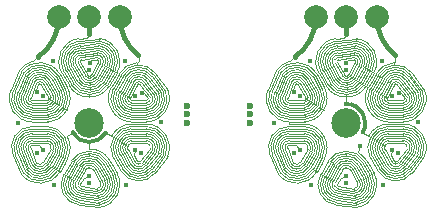
<source format=gtl>
%FSDAX66Y66*%
%MOMM*%
%SFA1B1*%

%IPPOS*%
%ADD10C,0.299999*%
%ADD15C,0.399999*%
%ADD16C,0.100000*%
%ADD17C,2.499995*%
%ADD18C,1.999996*%
%ADD19C,0.599999*%
%ADD20C,0.399999*%
%LNpcb1-1*%
%LPD*%
G54D10*
X-000051219100Y-000070738085D02*
D01*
D01*
G75*
G03X-000052680285Y-000068308778I-1403180J810099D01*
G74*G01*
X-000075786081Y-000070720585D02*
D01*
D01*
G75*
G03X-000072969882Y-000070738085I1413079J792565D01*
G74*G01*
G54D15*
X-000050043588Y-000060919385D02*
D01*
D01*
G75*
G03X-000048443896Y-000064218286I4201384J19D01*
G74*G01*
X-000056936081Y-000064335583D02*
D01*
D01*
G75*
G03X-000055192193Y-000060927996I-2457556J3407734D01*
G74*G01*
X-000071802980D02*
D01*
D01*
G75*
G03X-000070203288Y-000064226897I4201384J19D01*
G74*G01*
X-000078686888Y-000064335583D02*
D01*
D01*
G75*
G03X-000076942975Y-000060927996I-2457556J3407734D01*
G74*G01*
X-000052622196Y-000062422278D02*
Y-000060927996D01*
X-000074372978Y-000062422278D02*
Y-000060927996D01*
G54D16*
X-000049097285Y-000070027977D02*
D01*
D01*
G75*
G03X-000050716891Y-000071027975I37784J-1872748D01*
G74*G01*
X-000054527475D02*
D01*
D01*
G75*
G03X-000056147081Y-000070027977I-1657439J-872836D01*
G74*G01*
X-000050773076Y-000066925291D02*
D01*
D01*
G75*
G03X-000050716891Y-000068827980I1640858J-903714D01*
G74*G01*
D01*
D01*
G75*
G03X-000049097285Y-000069827978I1657439J872836D01*
G74*G01*
X-000059250376Y-000067116782D02*
D01*
D01*
G75*
G03X-000057461175Y-000069827978I1789247J-765195D01*
G74*G01*
X-000049850878Y-000068327981D02*
D01*
D01*
G75*
G03X-000049891899Y-000068259096I-2508287J-1445946D01*
G74*G01*
X-000049677675Y-000068227981D02*
D01*
D01*
G75*
G03X-000049719280Y-000068157877I-2946417J-1701122D01*
G74*G01*
X-000049504498Y-000068127981D02*
D01*
D01*
G75*
G03X-000049546484Y-000068057191I-2920054J-1684377D01*
G74*G01*
X-000049331295Y-000068027981D02*
D01*
D01*
G75*
G03X-000049372977Y-000067957496I-3442401J-1988561D01*
G74*G01*
X-000049195380Y-000067792600D02*
D01*
D01*
G75*
G03X-000049190579Y-000067872686I63142J-36410D01*
G74*G01*
X-000049368583Y-000067692574D02*
D01*
D01*
G75*
G03X-000049358575Y-000067981499I236454J-136438D01*
G74*G01*
X-000050716891Y-000068827980D02*
D01*
D01*
G75*
G03X-000050757480Y-000068760594I-1769329J-1019869D01*
G74*G01*
X-000049541785Y-000067592575D02*
D01*
D01*
G75*
G03X-000049527993Y-000068087875I409616J-236429D01*
G74*G01*
X-000049714988Y-000067492575D02*
D01*
D01*
G75*
G03X-000049697894Y-000068193488I582851J-336438D01*
G74*G01*
X-000049888190Y-000067392575D02*
D01*
D01*
G75*
G03X-000049868175Y-000068298390I756009J-436428D01*
G74*G01*
X-000050061393Y-000067292575D02*
D01*
D01*
G75*
G03X-000050038685Y-000068402885I929051J-536387D01*
G74*G01*
X-000050260478Y-000067237381D02*
D01*
D01*
G75*
G03X-000050197283Y-000068527980I1127747J-591622D01*
G74*G01*
X-000050431598Y-000067133774D02*
D01*
D01*
G75*
G03X-000050370486Y-000068627980I1298999J-695231D01*
G74*G01*
X-000050602489Y-000067029787D02*
D01*
D01*
G75*
G03X-000050543688Y-000068727980I1469876J-799223D01*
G74*G01*
X-000050370486Y-000068627980D02*
D01*
D01*
G75*
G03X-000050418492Y-000068548275I-2112356J-1217880D01*
G74*G01*
X-000050024080Y-000068427981D02*
D01*
D01*
G75*
G03X-000050064187Y-000068360696I-2346573J-1352584D01*
G74*G01*
X-000048316083Y-000066670097D02*
D01*
D01*
G75*
G03X-000048557281Y-000066687293I-114777J-90249D01*
G74*G01*
X-000048146792Y-000066562681D02*
D01*
D01*
G75*
G03X-000048730484Y-000066587293I-284037J-197675D01*
G74*G01*
X-000047969678Y-000066464789D02*
D01*
D01*
G75*
G03X-000048925378Y-000066524886I-461145J-295688D01*
G74*G01*
X-000047808286Y-000066349194D02*
D01*
D01*
G75*
G03X-000049076889Y-000066387294I-622524J-411146D01*
G74*G01*
X-000047641078Y-000066239390D02*
D01*
D01*
G75*
G03X-000049246688Y-000066281376I-789722J-520942D01*
G74*G01*
X-000047473895Y-000066129687D02*
D01*
D01*
G75*
G03X-000049423294Y-000066187294I-956917J-630633D01*
G74*G01*
X-000047324187Y-000065993975D02*
D01*
D01*
G75*
G03X-000049596497Y-000066087294I-1106601J-766302D01*
G74*G01*
X-000047178798Y-000065853284D02*
D01*
D01*
G75*
G03X-000049769699Y-000065987295I-1252005J-907010D01*
G74*G01*
X-000047032087Y-000065715184D02*
D01*
D01*
G75*
G03X-000049942877Y-000065887295I-1398696J-1045093D01*
G74*G01*
X-000048600385Y-000064821689D02*
D01*
D01*
G75*
G03X-000050116079Y-000065787295I169611J-1938634D01*
G74*G01*
X-000047783191Y-000068627980D02*
D01*
D01*
G75*
G03X-000047115882Y-000067548480I1J745996D01*
G74*G01*
X-000047783191Y-000069227979D02*
D01*
D01*
G75*
G03X-000046566277Y-000067306799I3J1345993D01*
G74*G01*
X-000047783191Y-000069827978D02*
D01*
D01*
G75*
G03X-000045993989Y-000067116782I22J1945957D01*
G74*G01*
X-000047826599Y-000068427981D02*
D01*
D01*
G75*
G03X-000047296679Y-000067630395I43406J545986D01*
G74*G01*
X-000049291087Y-000068099381D02*
D01*
D01*
G75*
G03X-000049331295Y-000068027981I-3348643J-1838354D01*
G74*G01*
X-000050148794Y-000068615585D02*
D01*
D01*
G75*
G03X-000050197283Y-000068527980I-2492545J-1322778D01*
G74*G01*
X-000049481486Y-000068168393D02*
D01*
D01*
G75*
G03X-000049059490Y-000068427981I422004J213204D01*
G74*G01*
X-000050148794Y-000068615585D02*
D01*
D01*
G75*
G03X-000049111179Y-000069227979I1089288J660387D01*
G74*G01*
X-000049833885Y-000068357775D02*
D01*
D01*
G75*
G03X-000049059490Y-000068827980I774396J402596D01*
G74*G01*
X-000050009679Y-000068453177D02*
D01*
D01*
G75*
G03X-000049059490Y-000069027979I950219J498018D01*
G74*G01*
X-000050543688Y-000068727980D02*
D01*
D01*
G75*
G03X-000049102391Y-000069627978I1484225J772823D01*
G74*G01*
X-000049464188Y-000068199685D02*
D01*
D01*
G75*
G03X-000049504498Y-000068127981I-3222972J-1764341D01*
G74*G01*
X-000050325477Y-000068709387D02*
D01*
D01*
G75*
G03X-000050370486Y-000068627980I-2489223J-1322967D01*
G74*G01*
X-000049985879Y-000068496281D02*
D01*
D01*
G75*
G03X-000050024080Y-000068427981I-2901749J-1578108D01*
G74*G01*
X-000050325477Y-000068709387D02*
D01*
D01*
G75*
G03X-000049106988Y-000069427979I1265821J754020D01*
G74*G01*
X-000049657889Y-000068262779D02*
D01*
D01*
G75*
G03X-000049059490Y-000068627980I598321J307527D01*
G74*G01*
X-000049811686Y-000068397882D02*
D01*
D01*
G75*
G03X-000049850878Y-000068327981I-2799579J-1524065D01*
G74*G01*
X-000047783191Y-000068227981D02*
D01*
D01*
G75*
G03X-000047470085Y-000067734891I39J345928D01*
G74*G01*
X-000047783191Y-000069427979D02*
D01*
D01*
G75*
G03X-000046371687Y-000067251199I-24J1546044D01*
G74*G01*
X-000049304575Y-000068074895D02*
D01*
D01*
G75*
G03X-000049059490Y-000068227981I245325J120003D01*
G74*G01*
X-000047783191Y-000069027979D02*
D01*
D01*
G75*
G03X-000046758580Y-000067368597I-17J1146031D01*
G74*G01*
X-000049637797Y-000068299076D02*
D01*
D01*
G75*
G03X-000049677675Y-000068227981I-3097438J-1691479D01*
G74*G01*
X-000047783191Y-000069627978D02*
D01*
D01*
G75*
G03X-000046178774Y-000067193185I-4J1746009D01*
G74*G01*
X-000047776384Y-000068827980D02*
D01*
D01*
G75*
G03X-000046937193Y-000067458590I-6806J946011D01*
G74*G01*
X-000049126495Y-000067983785D02*
D01*
D01*
G75*
G03X-000049059490Y-000068027981I66881J28501D01*
G74*G01*
X-000047783191D02*
D01*
D01*
G75*
G03X-000047647682Y-000067827677I15J145971D01*
G74*G01*
X-000055885791Y-000067981499D02*
D01*
D01*
G75*
G03X-000055875783Y-000067692574I-226494J152462D01*
G74*G01*
X-000055546498Y-000068193488D02*
D01*
D01*
G75*
G03X-000055529378Y-000067492575I-565803J364462D01*
G74*G01*
X-000055871389Y-000067957496D02*
D01*
D01*
G75*
G03X-000055913096Y-000068027981I3111390J-1887936D01*
G74*G01*
X-000057947687Y-000067630395D02*
D01*
D01*
G75*
G03X-000057417792Y-000068427981I486515J-251599D01*
G74*G01*
X-000057774281Y-000067734891D02*
D01*
D01*
G75*
G03X-000057461175Y-000068227981I313170J-147101D01*
G74*G01*
X-000056133187Y-000069227979D02*
D01*
D01*
G75*
G03X-000055047083Y-000068527980I-51698J1272794D01*
G74*G01*
X-000055739893Y-000068127981D02*
D01*
D01*
G75*
G03X-000055780178Y-000068199685I3055702J-1764676D01*
G74*G01*
X-000055821097Y-000066187294D02*
D01*
D01*
G75*
G03X-000057770496Y-000066129687I-992480J-572967D01*
G74*G01*
X-000057596684Y-000067827677D02*
D01*
D01*
G75*
G03X-000057461175Y-000068027981I135531J-54296D01*
G74*G01*
X-000055220285Y-000068427981D02*
D01*
D01*
G75*
G03X-000055258487Y-000068496281I2378883J-1375335D01*
G74*G01*
X-000054825900Y-000068548275D02*
D01*
D01*
G75*
G03X-000054873880Y-000068627980I2361138J-1476319D01*
G74*G01*
X-000055913096Y-000068027981D02*
D01*
D01*
G75*
G03X-000055953279Y-000068099381I3273644J-1890161D01*
G74*G01*
X-000056137378Y-000069427979D02*
D01*
D01*
G75*
G03X-000054873880Y-000068627980I-47494J1472781D01*
G74*G01*
X-000055128287Y-000065787295D02*
D01*
D01*
G75*
G03X-000058370876Y-000065593391I-1685278J-972965D01*
G74*G01*
X-000058128484Y-000067548480D02*
D01*
D01*
G75*
G03X-000057461175Y-000068627980I667303J-333499D01*
G74*G01*
X-000056184876Y-000068027981D02*
D01*
D01*
G75*
G03X-000056117896Y-000067983785I-44J72947D01*
G74*G01*
X-000058307198Y-000067458590D02*
D01*
D01*
G75*
G03X-000057467982Y-000068827980I845986J-423400D01*
G74*G01*
X-000058485786Y-000067368597D02*
D01*
D01*
G75*
G03X-000057461175Y-000069027979I1024563J-513401D01*
G74*G01*
X-000054995495Y-000068442179D02*
D01*
D01*
G75*
G03X-000054983888Y-000067237381I-1116626J613206D01*
G74*G01*
X-000056053786Y-000067872686D02*
D01*
D01*
G75*
G03X-000056048986Y-000067792600I-58259J43685D01*
G74*G01*
X-000054700678Y-000068727980D02*
D01*
D01*
G75*
G03X-000054641877Y-000067029787I-1411354J898985D01*
G74*G01*
X-000055997678Y-000066281376D02*
D01*
D01*
G75*
G03X-000057603288Y-000066239390I-815875J-478858D01*
G74*G01*
X-000055566691Y-000068227981D02*
D01*
D01*
G75*
G03X-000055606594Y-000068299076I2840150J-1640585D01*
G74*G01*
X-000055301489Y-000065887295D02*
D01*
D01*
G75*
G03X-000058212278Y-000065715184I-1512103J-873006D01*
G74*G01*
X-000055647894Y-000066087294D02*
D01*
D01*
G75*
G03X-000057920178Y-000065993975I-1165698J-672997D01*
G74*G01*
X-000056318988Y-000066524886D02*
D01*
D01*
G75*
G03X-000057274688Y-000066464789I-494547J-235470D01*
G74*G01*
X-000054873880Y-000068627980D02*
D01*
D01*
G75*
G03X-000054918889Y-000068709387I2088554J-1207744D01*
G74*G01*
X-000055352492Y-000068259096D02*
D01*
D01*
G75*
G03X-000055393488Y-000068327981I3052796J-1863262D01*
G74*G01*
X-000056513882Y-000066587293D02*
D01*
D01*
G75*
G03X-000057097599Y-000066562681I-299663J-173105D01*
G74*G01*
X-000055180179Y-000068360696D02*
D01*
D01*
G75*
G03X-000055220285Y-000068427981I2867788J-1754338D01*
G74*G01*
X-000056167477Y-000066387294D02*
D01*
D01*
G75*
G03X-000057436080Y-000066349194I-646073J-372955D01*
G74*G01*
X-000056687085Y-000066687293D02*
D01*
D01*
G75*
G03X-000056928283Y-000066670097I-126421J-73034D01*
G74*G01*
X-000054995495Y-000068442179D02*
D01*
D01*
G75*
G03X-000055047083Y-000068527980I2366406J-1481569D01*
G74*G01*
X-000055474692Y-000065987295D02*
D01*
D01*
G75*
G03X-000058065593Y-000065853284I-1338893J-772989D01*
G74*G01*
X-000055393488Y-000068327981D02*
D01*
D01*
G75*
G03X-000055432680Y-000068397882I2782229J-1606219D01*
G74*G01*
X-000054527475Y-000068827980D02*
D01*
D01*
G75*
G03X-000054565575Y-000068896788I1910833J-1103128D01*
G74*G01*
X-000055525085Y-000068157877D02*
D01*
D01*
G75*
G03X-000055566691Y-000068227981I2900998J-1768955D01*
G74*G01*
X-000055376191Y-000068298390D02*
D01*
D01*
G75*
G03X-000055356175Y-000067392575I-735791J469367D01*
G74*G01*
X-000054527475Y-000068827980D02*
D01*
D01*
G75*
G03X-000054471290Y-000066925291I-1584542J998982D01*
G74*G01*
X-000058872678Y-000067251199D02*
D01*
D01*
G75*
G03X-000057461175Y-000069427979I1411449J-630803D01*
G74*G01*
X-000054825900Y-000068548275D02*
D01*
D01*
G75*
G03X-000054812793Y-000067133774I-1285793J719218D01*
G74*G01*
X-000055716398Y-000068087875D02*
D01*
D01*
G75*
G03X-000055702581Y-000067592575I-395585J258864D01*
G74*G01*
X-000059065591Y-000067193185D02*
D01*
D01*
G75*
G03X-000057461175Y-000069627978I1604389J-688800D01*
G74*G01*
X-000055205680Y-000068402885D02*
D01*
D01*
G75*
G03X-000055182998Y-000067292575I-906447J573914D01*
G74*G01*
X-000058678089Y-000067306799D02*
D01*
D01*
G75*
G03X-000057461175Y-000069227979I1216906J-575199D01*
G74*G01*
X-000056147081Y-000069827978D02*
D01*
D01*
G75*
G03X-000054527475Y-000068827980I-37784J1872748D01*
G74*G01*
X-000056184876Y-000069027979D02*
D01*
D01*
G75*
G03X-000055234687Y-000068453177I7J1072774D01*
G74*G01*
X-000056184876Y-000068227981D02*
D01*
D01*
G75*
G03X-000055939791Y-000068074895I30J272692D01*
G74*G01*
X-000056184876Y-000068827980D02*
D01*
D01*
G75*
G03X-000055410481Y-000068357775I-1J872804D01*
G74*G01*
X-000056184876Y-000068427981D02*
D01*
D01*
G75*
G03X-000055762880Y-000068168393I1J472794D01*
G74*G01*
X-000055697882Y-000068057191D02*
D01*
D01*
G75*
G03X-000055739893Y-000068127981I3300622J-2005854D01*
G74*G01*
X-000056184876Y-000068627980D02*
D01*
D01*
G75*
G03X-000055586477Y-000068262779I-28J672902D01*
G74*G01*
X-000056141975Y-000069627978D02*
D01*
D01*
G75*
G03X-000054700678Y-000068727980I-42890J1672767D01*
G74*G01*
X-000051572185Y-000069927978D02*
D01*
D01*
G75*
G03X-000053672181I-1049999J0D01*
G74*G01*
D01*
G75*
G03X-000051572185I1050000J0D01*
G74*G01*
X-000053501696Y-000062782196D02*
D01*
D01*
G75*
G03X-000054955084Y-000065687295I231933J-1932147D01*
G74*G01*
X-000050289282D02*
D01*
D01*
G75*
G03X-000051742695Y-000062782196I-1685242J972998D01*
G74*G01*
X-000050462484Y-000065587295D02*
D01*
D01*
G75*
G03X-000051768883Y-000062980493I-1512027J872997D01*
G74*G01*
X-000050635687Y-000065487296D02*
D01*
D01*
G75*
G03X-000051815085Y-000063176581I-1338810J772997D01*
G74*G01*
X-000052522094Y-000067129787D02*
D01*
D01*
G75*
G03X-000051472896Y-000066537382I-27337J1273736D01*
G74*G01*
X-000052622196Y-000067527982D02*
D01*
D01*
G75*
G03X-000051122097Y-000066729787I72763J1671960D01*
G74*G01*
X-000052622196Y-000067727982D02*
D01*
D01*
G75*
G03X-000050946380Y-000066825291I72838J1871633D01*
G74*G01*
X-000052529181Y-000067329685D02*
D01*
D01*
G75*
G03X-000051297586Y-000066633775I-20272J1473667D01*
G74*G01*
X-000053429281Y-000063176581D02*
D01*
D01*
G75*
G03X-000054608679Y-000065487296I159444J-1537719D01*
G74*G01*
X-000053475483Y-000062980493D02*
D01*
D01*
G75*
G03X-000054781881Y-000065587295I205741J-1733859D01*
G74*G01*
X-000053380182Y-000063372796D02*
D01*
D01*
G75*
G03X-000054435476Y-000065387296I110393J-1341490D01*
G74*G01*
X-000052568195Y-000066128392D02*
D01*
D01*
G75*
G03X-000052313078Y-000065992578I18971J271864D01*
G74*G01*
X-000052582191Y-000066528188D02*
D01*
D01*
G75*
G03X-000051966698Y-000066192577I32773J672114D01*
G74*G01*
X-000052540281Y-000066128900D02*
D01*
D01*
G75*
G03X-000052622196Y-000066127985I-84408J-3954230D01*
G74*G01*
X-000052529181Y-000067329685D02*
D01*
D01*
G75*
G03X-000052622196Y-000067327983I-96171J-2716449D01*
G74*G01*
X-000052558086Y-000065928494D02*
D01*
D01*
G75*
G03X-000052486280Y-000065892578I8686J72376D01*
G74*G01*
X-000052541982Y-000066728974D02*
D01*
D01*
G75*
G03X-000052622196Y-000066727984I-79588J-3166470D01*
G74*G01*
X-000052543887Y-000066928999D02*
D01*
D01*
G75*
G03X-000052622196Y-000066927983I-75877J-2875294D01*
G74*G01*
X-000052522094Y-000067129787D02*
D01*
D01*
G75*
G03X-000052622196Y-000067127983I-100959J-2830256D01*
G74*G01*
X-000052540585Y-000066528975D02*
D01*
D01*
G75*
G03X-000052622196Y-000066527984I-84294J-3548688D01*
G74*G01*
X-000052587880Y-000066728187D02*
D01*
D01*
G75*
G03X-000051793495Y-000066292577I38690J871610D01*
G74*G01*
X-000052575688Y-000066328290D02*
D01*
D01*
G75*
G03X-000052139875Y-000066092578I26466J471803D01*
G74*G01*
X-000052593189Y-000066928085D02*
D01*
D01*
G75*
G03X-000051620293Y-000066392577I43775J1072003D01*
G74*G01*
X-000052539900Y-000066328899D02*
D01*
D01*
G75*
G03X-000052622196Y-000066327985I-77368J-3311527D01*
G74*G01*
X-000050982092Y-000065287296D02*
D01*
D01*
G75*
G03X-000051906881Y-000063570281I-992465J572999D01*
G74*G01*
X-000051151891Y-000065181378D02*
D01*
D01*
G75*
G03X-000051918285Y-000063769976I-822606J467099D01*
G74*G01*
X-000050808890Y-000065387296D02*
D01*
D01*
G75*
G03X-000051864183Y-000063372796I-1165711J673000D01*
G74*G01*
X-000053326080Y-000063769976D02*
D01*
D01*
G75*
G03X-000054092475Y-000065181378I56252J-944325D01*
G74*G01*
X-000053337485Y-000063570281D02*
D01*
D01*
G75*
G03X-000054262299Y-000065287296I67718J-1144029D01*
G74*G01*
X-000051523392Y-000065024889D02*
D01*
D01*
G75*
G03X-000051949197Y-000064167181I-451107J310593D01*
G74*G01*
X-000051674877Y-000064887297D02*
D01*
D01*
G75*
G03X-000051945387Y-000064369492I-299679J173001D01*
G74*G01*
X-000051328497Y-000065087296D02*
D01*
D01*
G75*
G03X-000051929792Y-000063969696I-645988J372998D01*
G74*G01*
X-000051848080Y-000064787297D02*
D01*
D01*
G75*
G03X-000051953795Y-000064569797I-126412J73000D01*
G74*G01*
X-000053295194Y-000064167181D02*
D01*
D01*
G75*
G03X-000053721000Y-000065024889I25450J-547177D01*
G74*G01*
X-000053298979Y-000064369492D02*
D01*
D01*
G75*
G03X-000053569489Y-000064887297I29209J-344813D01*
G74*G01*
X-000053290597Y-000064569797D02*
D01*
D01*
G75*
G03X-000053396286Y-000064787297I20847J-144565D01*
G74*G01*
X-000053314600Y-000063969696D02*
D01*
D01*
G75*
G03X-000053915894Y-000065087296I44762J-744641D01*
G74*G01*
X-000053771495Y-000066537382D02*
D01*
D01*
G75*
G03X-000052622196Y-000067127983I1076390J681079D01*
G74*G01*
Y-000066327985D02*
D01*
D01*
G75*
G03X-000052704492Y-000066328899I1956J-3942303D01*
G74*G01*
X-000052622196Y-000066927983D02*
D01*
D01*
G75*
G03X-000052700478Y-000066928999I879J-3134848D01*
G74*G01*
X-000052622196Y-000066127985D02*
D01*
D01*
G75*
G03X-000052704085Y-000066128900I-772J-3656563D01*
G74*G01*
X-000053946780Y-000066633775D02*
D01*
D01*
G75*
G03X-000052622196Y-000067327983I1251532J777212D01*
G74*G01*
X-000052758086Y-000065892578D02*
D01*
D01*
G75*
G03X-000052686280Y-000065928494I63046J36343D01*
G74*G01*
X-000052622196Y-000066527984D02*
D01*
D01*
G75*
G03X-000052703780Y-000066528975I-825J-3262406D01*
G74*G01*
X-000052622196Y-000067327983D02*
D01*
D01*
G75*
G03X-000052715185Y-000067329685I-969J-2491661D01*
G74*G01*
X-000052622196Y-000066727984D02*
D01*
D01*
G75*
G03X-000052702383Y-000066728974I208J-3233210D01*
G74*G01*
X-000052622196Y-000067727982D02*
D01*
D01*
G75*
G03X-000052700885Y-000067729379I229J-2225610D01*
G74*G01*
X-000054297986Y-000066825291D02*
D01*
D01*
G75*
G03X-000052622196Y-000067727982I1603117J969223D01*
G74*G01*
X-000053624099Y-000066392577D02*
D01*
D01*
G75*
G03X-000052651177Y-000066928085I929025J536323D01*
G74*G01*
X-000052931288Y-000065992578D02*
D01*
D01*
G75*
G03X-000052676196Y-000066128392I236315J136416D01*
G74*G01*
X-000053450896Y-000066292577D02*
D01*
D01*
G75*
G03X-000052656486Y-000066728187I755952J436453D01*
G74*G01*
X-000053104491Y-000066092578D02*
D01*
D01*
G75*
G03X-000052668678Y-000066328290I409486J236386D01*
G74*G01*
X-000053277693Y-000066192577D02*
D01*
D01*
G75*
G03X-000052662175Y-000066528188I582618J336316D01*
G74*G01*
X-000054122294Y-000066729787D02*
D01*
D01*
G75*
G03X-000052622196Y-000067527982I1427187J873480D01*
G74*G01*
X-000057359194Y-000064684783D02*
D01*
D01*
G75*
G03X-000058566583Y-000065522475I545418J-2075105D01*
G74*G01*
X-000057461175Y-000070627976D02*
D01*
D01*
G75*
G03X-000058678089Y-000072549181I-3J-1345993D01*
G74*G01*
X-000057461175Y-000070227977D02*
D01*
D01*
G75*
G03X-000059065591Y-000072662796I4J-1746009D01*
G74*G01*
X-000057461175Y-000070427977D02*
D01*
D01*
G75*
G03X-000058872678Y-000072604782I24J-1546044D01*
G74*G01*
X-000055234687Y-000071402778D02*
D01*
D01*
G75*
G03X-000056184876Y-000070827976I-950219J-498018D01*
G74*G01*
X-000057461175D02*
D01*
D01*
G75*
G03X-000058485786Y-000072487383I17J-1146031D01*
G74*G01*
X-000055047083Y-000071327975D02*
D01*
D01*
G75*
G03X-000056133187Y-000070627976I-1137804J-572803D01*
G74*G01*
X-000054700678Y-000071127975D02*
D01*
D01*
G75*
G03X-000056141975Y-000070227977I-1484225J-772823D01*
G74*G01*
X-000054873880Y-000071227975D02*
D01*
D01*
G75*
G03X-000056137378Y-000070427977I-1311014J-672813D01*
G74*G01*
X-000058212278Y-000074140796D02*
D01*
D01*
G75*
G03X-000055301489Y-000073968686I1398696J1045093D01*
G74*G01*
X-000058370876Y-000074262589D02*
D01*
D01*
G75*
G03X-000055128287Y-000074068686I1557317J1166937D01*
G74*G01*
X-000055586477Y-000071593176D02*
D01*
D01*
G75*
G03X-000056184876Y-000071227975I-598321J-307527D01*
G74*G01*
X-000055410481Y-000071498180D02*
D01*
D01*
G75*
G03X-000056184876Y-000071027975I-774396J-402596D01*
G74*G01*
X-000055739893Y-000071727999D02*
D01*
D01*
G75*
G03X-000055697882Y-000071798789I2920054J1684377D01*
G74*G01*
X-000055702581Y-000072263381D02*
D01*
D01*
G75*
G03X-000055716398Y-000071768081I-409616J236429D01*
G74*G01*
X-000057467982Y-000071027975D02*
D01*
D01*
G75*
G03X-000058307198Y-000072397391I6806J-946011D01*
G74*G01*
X-000057461175Y-000071227975D02*
D01*
D01*
G75*
G03X-000058128484Y-000072307475I-1J-745996D01*
G74*G01*
X-000057461175Y-000071628000D02*
D01*
D01*
G75*
G03X-000057774281Y-000072121090I-39J-345928D01*
G74*G01*
X-000057417792Y-000071427975D02*
D01*
D01*
G75*
G03X-000057947687Y-000072225585I-43406J-545986D01*
G74*G01*
X-000057920178Y-000073861980D02*
D01*
D01*
G75*
G03X-000055647894Y-000073768686I1106601J766302D01*
G74*G01*
X-000058065593Y-000074002696D02*
D01*
D01*
G75*
G03X-000055474692Y-000073868686I1252005J907010D01*
G74*G01*
X-000057770496Y-000073726294D02*
D01*
D01*
G75*
G03X-000055821097Y-000073668686I956917J630633D01*
G74*G01*
X-000054471290Y-000072930689D02*
D01*
D01*
G75*
G03X-000054527475Y-000071027975I-1640858J903714D01*
G74*G01*
X-000054641877Y-000072826194D02*
D01*
D01*
G75*
G03X-000054700678Y-000071127975I-1469876J799223D01*
G74*G01*
X-000055432680Y-000071458099D02*
D01*
D01*
G75*
G03X-000055393488Y-000071527974I2799579J1524065D01*
G74*G01*
X-000055606594Y-000071556880D02*
D01*
D01*
G75*
G03X-000055566691Y-000071628000I3097438J1691479D01*
G74*G01*
X-000055258487Y-000071359699D02*
D01*
D01*
G75*
G03X-000055220285Y-000071427975I2901749J1578108D01*
G74*G01*
X-000055182998Y-000072563380D02*
D01*
D01*
G75*
G03X-000055205680Y-000071453095I-929051J536387D01*
G74*G01*
X-000055356175Y-000072463380D02*
D01*
D01*
G75*
G03X-000055376191Y-000071557591I-756009J436428D01*
G74*G01*
X-000055566691Y-000071628000D02*
D01*
D01*
G75*
G03X-000055525085Y-000071698180I3296039J1905782D01*
G74*G01*
X-000055047083Y-000071327975D02*
D01*
D01*
G75*
G03X-000054995495Y-000071413776I2431908J1404130D01*
G74*G01*
X-000055220285Y-000071427975D02*
D01*
D01*
G75*
G03X-000055180179Y-000071495285I2346573J1352584D01*
G74*G01*
X-000055393488Y-000071527974D02*
D01*
D01*
G75*
G03X-000055352492Y-000071596885I2508287J1445946D01*
G74*G01*
X-000055529378Y-000072363380D02*
D01*
D01*
G75*
G03X-000055546498Y-000071662594I-582665J336391D01*
G74*G01*
X-000054918889Y-000071146695D02*
D01*
D01*
G75*
G03X-000054873880Y-000071227975I2337683J1240816D01*
G74*G01*
D01*
D01*
G75*
G03X-000054825900Y-000071307680I2112356J1217880D01*
G74*G01*
X-000054983888Y-000072618600D02*
D01*
D01*
G75*
G03X-000054995495Y-000071413776I-1127678J591598D01*
G74*G01*
X-000054812793Y-000072722282D02*
D01*
D01*
G75*
G03X-000054825900Y-000071307680I-1299411J695327D01*
G74*G01*
X-000055762880Y-000071687588D02*
D01*
D01*
G75*
G03X-000056184876Y-000071427975I-422004J-213204D01*
G74*G01*
X-000055939791Y-000071781085D02*
D01*
D01*
G75*
G03X-000056184876Y-000071628000I-245325J-120003D01*
G74*G01*
X-000055953279Y-000071756574D02*
D01*
D01*
G75*
G03X-000055913096Y-000071827999I3348643J1838354D01*
G74*G01*
X-000055780178Y-000071656295D02*
D01*
D01*
G75*
G03X-000055739893Y-000071727999I3222972J1764341D01*
G74*G01*
X-000055913096Y-000071827999D02*
D01*
D01*
G75*
G03X-000055871389Y-000071898484I3442401J1988561D01*
G74*G01*
X-000057461175Y-000071827999D02*
D01*
D01*
G75*
G03X-000057596684Y-000072028278I-15J-145971D01*
G74*G01*
X-000057603288Y-000073616591D02*
D01*
D01*
G75*
G03X-000055997678Y-000073574579I789722J520942D01*
G74*G01*
X-000057436080Y-000073506787D02*
D01*
D01*
G75*
G03X-000056167477Y-000073468687I622524J411146D01*
G74*G01*
X-000057097599Y-000073293274D02*
D01*
D01*
G75*
G03X-000056513882Y-000073268687I284037J197675D01*
G74*G01*
X-000057274688Y-000073391293D02*
D01*
D01*
G75*
G03X-000056318988Y-000073331095I461123J295645D01*
G74*G01*
X-000049246688Y-000073574579D02*
D01*
D01*
G75*
G03X-000047641078Y-000073616591I815875J478858D01*
G74*G01*
X-000050197283Y-000071327975D02*
D01*
D01*
G75*
G03X-000050260478Y-000072618600I1064999J-698999D01*
G74*G01*
X-000049596497Y-000073768686D02*
D01*
D01*
G75*
G03X-000047324187Y-000073861980I1165698J672997D01*
G74*G01*
X-000049423294Y-000073668686D02*
D01*
D01*
G75*
G03X-000047473895Y-000073726294I992480J572967D01*
G74*G01*
X-000049769699Y-000073868686D02*
D01*
D01*
G75*
G03X-000047178798Y-000074002696I1338893J772989D01*
G74*G01*
X-000049942877Y-000073968686D02*
D01*
D01*
G75*
G03X-000047032087Y-000074140796I1512103J873006D01*
G74*G01*
X-000045993989Y-000072739199D02*
D01*
D01*
G75*
G03X-000047783191Y-000070027977I-1789247J765195D01*
G74*G01*
X-000046178774Y-000072662796D02*
D01*
D01*
G75*
G03X-000047783191Y-000070227977I-1604389J688800D01*
G74*G01*
X-000046371687Y-000072604782D02*
D01*
D01*
G75*
G03X-000047783191Y-000070427977I-1411449J630803D01*
G74*G01*
X-000050370486Y-000071227975D02*
D01*
D01*
G75*
G03X-000050325477Y-000071146695I-2204324J1273209D01*
G74*G01*
X-000049106988Y-000070427977D02*
D01*
D01*
G75*
G03X-000050325477Y-000071146695I47510J-1472836D01*
G74*G01*
X-000049102391Y-000070227977D02*
D01*
D01*
G75*
G03X-000050543688Y-000071127975I42890J-1672767D01*
G74*G01*
X-000048925378Y-000073331095D02*
D01*
D01*
G75*
G03X-000047969678Y-000073391293I494581J235520D01*
G74*G01*
X-000048730484Y-000073268687D02*
D01*
D01*
G75*
G03X-000048146792Y-000073293274I299663J173105D01*
G74*G01*
X-000049076889Y-000073468687D02*
D01*
D01*
G75*
G03X-000047808286Y-000073506787I646073J372955D01*
G74*G01*
X-000047470085Y-000072121090D02*
D01*
D01*
G75*
G03X-000047783191Y-000071628000I-313170J147101D01*
G74*G01*
X-000047296679Y-000072225585D02*
D01*
D01*
G75*
G03X-000047826599Y-000071427975I-486515J251599D01*
G74*G01*
X-000047115882Y-000072307475D02*
D01*
D01*
G75*
G03X-000047783191Y-000071227975I-667303J333499D01*
G74*G01*
X-000046758580Y-000072487383D02*
D01*
D01*
G75*
G03X-000047783191Y-000070827976I-1024563J513401D01*
G74*G01*
X-000046937193Y-000072397391D02*
D01*
D01*
G75*
G03X-000047776384Y-000071027975I-845986J423400D01*
G74*G01*
X-000046566277Y-000072549181D02*
D01*
D01*
G75*
G03X-000047783191Y-000070627976I-1216906J575199D01*
G74*G01*
X-000049358575Y-000071874583D02*
D01*
D01*
G75*
G03X-000049368583Y-000072163381I226331J-152410D01*
G74*G01*
X-000050038685Y-000071453095D02*
D01*
D01*
G75*
G03X-000050061393Y-000072563380I906447J-573914D01*
G74*G01*
X-000049868175Y-000071557591D02*
D01*
D01*
G75*
G03X-000049888190Y-000072463380I735791J-469367D01*
G74*G01*
X-000049697894Y-000071662594D02*
D01*
D01*
G75*
G03X-000049714988Y-000072363380I565634J-364410D01*
G74*G01*
X-000049527993Y-000071768081D02*
D01*
D01*
G75*
G03X-000049541785Y-000072263381I395585J-258864D01*
G74*G01*
X-000050370486Y-000071227975D02*
D01*
D01*
G75*
G03X-000050431598Y-000072722282I1238299J-799031D01*
G74*G01*
X-000050543688Y-000071127975D02*
D01*
D01*
G75*
G03X-000050602489Y-000072826194I1411354J-898985D01*
G74*G01*
X-000049059490Y-000071628000D02*
D01*
D01*
G75*
G03X-000049304575Y-000071781085I-30J-272692D01*
G74*G01*
X-000049331295Y-000071827999D02*
D01*
D01*
G75*
G03X-000049291087Y-000071756574I-3273644J1890161D01*
G74*G01*
X-000049059490Y-000071427975D02*
D01*
D01*
G75*
G03X-000049481486Y-000071687588I-1J-472794D01*
G74*G01*
X-000049504498Y-000071727999D02*
D01*
D01*
G75*
G03X-000049464188Y-000071656295I-3055702J1764676D01*
G74*G01*
X-000049546484Y-000071798789D02*
D01*
D01*
G75*
G03X-000049504498Y-000071727999I-3300622J2005854D01*
G74*G01*
X-000049372977Y-000071898484D02*
D01*
D01*
G75*
G03X-000049331295Y-000071827999I-3111390J1887936D01*
G74*G01*
X-000049850878Y-000071527974D02*
D01*
D01*
G75*
G03X-000049811686Y-000071458099I-2782229J1606219D01*
G74*G01*
X-000050024080Y-000071427975D02*
D01*
D01*
G75*
G03X-000049985879Y-000071359699I-2378883J1375335D01*
G74*G01*
X-000050197283Y-000071327975D02*
D01*
D01*
G75*
G03X-000050148794Y-000071240396I-2406233J1389444D01*
G74*G01*
X-000050064187Y-000071495285D02*
D01*
D01*
G75*
G03X-000050024080Y-000071427975I-2867788J1754338D01*
G74*G01*
X-000049719280Y-000071698180D02*
D01*
D01*
G75*
G03X-000049677675Y-000071628000I-2631386J1606765D01*
G74*G01*
X-000049891899Y-000071596885D02*
D01*
D01*
G75*
G03X-000049850878Y-000071527974I-3052796J1863262D01*
G74*G01*
X-000049111179Y-000070627976D02*
D01*
D01*
G75*
G03X-000050148794Y-000071240396I51704J-1272816D01*
G74*G01*
X-000049059490Y-000071227975D02*
D01*
D01*
G75*
G03X-000049657889Y-000071593176I28J-672902D01*
G74*G01*
X-000049677675Y-000071628000D02*
D01*
D01*
G75*
G03X-000049637797Y-000071556880I-2840150J1640585D01*
G74*G01*
X-000049059490Y-000071027975D02*
D01*
D01*
G75*
G03X-000049833885Y-000071498180I1J-872804D01*
G74*G01*
X-000049059490Y-000070827976D02*
D01*
D01*
G75*
G03X-000050009679Y-000071402778I-7J-1072774D01*
G74*G01*
X-000048557281Y-000073168687D02*
D01*
D01*
G75*
G03X-000048316083Y-000073185883I126421J73034D01*
G74*G01*
X-000050418492Y-000071307680D02*
D01*
D01*
G75*
G03X-000050370486Y-000071227975I-2361138J1476319D01*
G74*G01*
X-000052622196Y-000072327998D02*
D01*
D01*
G75*
G03X-000054122294Y-000073126193I-72763J-1671960D01*
G74*G01*
X-000052622196Y-000072527998D02*
D01*
D01*
G75*
G03X-000053946780Y-000073222281I-72796J-1471817D01*
G74*G01*
X-000052622196Y-000072727997D02*
D01*
D01*
G75*
G03X-000053771495Y-000073318598I-72766J-1271959D01*
G74*G01*
X-000051864183Y-000076483184D02*
D01*
D01*
G75*
G03X-000050808890Y-000074468685I-110393J1341490D01*
G74*G01*
X-000051815085Y-000076679399D02*
D01*
D01*
G75*
G03X-000050635687Y-000074368685I-159444J1537719D01*
G74*G01*
X-000051768883Y-000076875487D02*
D01*
D01*
G75*
G03X-000050462484Y-000074268685I-205741J1733859D01*
G74*G01*
X-000051742695Y-000077073785D02*
D01*
D01*
G75*
G03X-000050289282Y-000074168685I-231933J1932147D01*
G74*G01*
X-000051918285Y-000076085979D02*
D01*
D01*
G75*
G03X-000051151891Y-000074674577I-56252J944325D01*
G74*G01*
X-000051906881Y-000076285699D02*
D01*
D01*
G75*
G03X-000050982092Y-000074568685I-67718J1144029D01*
G74*G01*
X-000051929792Y-000075886386D02*
D01*
D01*
G75*
G03X-000051328497Y-000074768684I-44795J744692D01*
G74*G01*
X-000054781881Y-000074268685D02*
D01*
D01*
G75*
G03X-000053475483Y-000076875487I1512027J-872997D01*
G74*G01*
X-000054608679Y-000074368685D02*
D01*
D01*
G75*
G03X-000053429281Y-000076679399I1338810J-772997D01*
G74*G01*
X-000054262299Y-000074568685D02*
D01*
D01*
G75*
G03X-000053337485Y-000076285699I992465J-572999D01*
G74*G01*
X-000054092475Y-000074674577D02*
D01*
D01*
G75*
G03X-000053326080Y-000076085979I822606J-467099D01*
G74*G01*
X-000054435476Y-000074468685D02*
D01*
D01*
G75*
G03X-000053380182Y-000076483184I1165711J-673000D01*
G74*G01*
X-000053915894Y-000074768684D02*
D01*
D01*
G75*
G03X-000053314600Y-000075886386I646108J-373000D01*
G74*G01*
X-000051949197Y-000075688799D02*
D01*
D01*
G75*
G03X-000051523392Y-000074831092I-25450J547177D01*
G74*G01*
X-000051297586Y-000073222281D02*
D01*
D01*
G75*
G03X-000052529181Y-000072526296I-1251899J-777603D01*
G74*G01*
X-000050946380Y-000073030689D02*
D01*
D01*
G75*
G03X-000051612800Y-000072377477I-1604048J-969929D01*
G74*G01*
X-000051122097Y-000073126193D02*
D01*
D01*
G75*
G03X-000052622196Y-000072327998I-1427187J-873480D01*
G74*G01*
X-000051472896Y-000073318598D02*
D01*
D01*
G75*
G03X-000052522094Y-000072726194I-1076402J-681097D01*
G74*G01*
X-000053721000Y-000074831092D02*
D01*
D01*
G75*
G03X-000053295194Y-000075688799I451107J-310593D01*
G74*G01*
X-000051620293Y-000073463378D02*
D01*
D01*
G75*
G03X-000052593189Y-000072927895I-929025J-536323D01*
G74*G01*
X-000051945387Y-000075486488D02*
D01*
D01*
G75*
G03X-000051674877Y-000074968684I-29209J344813D01*
G74*G01*
X-000052622196Y-000072727997D02*
D01*
D01*
G75*
G03X-000052522094Y-000072726194I280J2768651D01*
G74*G01*
X-000052715185Y-000072526296D02*
D01*
D01*
G75*
G03X-000052622196Y-000072527998I96171J2716449D01*
G74*G01*
D01*
D01*
G75*
G03X-000052529181Y-000072526296I969J2491661D01*
G74*G01*
X-000052662175Y-000073327793D02*
D01*
D01*
G75*
G03X-000053277693Y-000073663378I-32773J-672114D01*
G74*G01*
X-000052668678Y-000073527691D02*
D01*
D01*
G75*
G03X-000053104491Y-000073763378I-26466J-471803D01*
G74*G01*
X-000052656486Y-000073127793D02*
D01*
D01*
G75*
G03X-000053450896Y-000073563378I-38690J-871610D01*
G74*G01*
X-000052676196Y-000073727589D02*
D01*
D01*
G75*
G03X-000052931288Y-000073863377I-18971J-271864D01*
G74*G01*
X-000052651177Y-000072927895D02*
D01*
D01*
G75*
G03X-000053624099Y-000073463378I-43775J-1072003D01*
G74*G01*
X-000052702383Y-000073126981D02*
D01*
D01*
G75*
G03X-000052622196Y-000073127997I79588J3166470D01*
G74*G01*
X-000052703780Y-000073326980D02*
D01*
D01*
G75*
G03X-000052622196Y-000073327996I84294J3548688D01*
G74*G01*
X-000052704085Y-000073727081D02*
D01*
D01*
G75*
G03X-000052622196Y-000073727995I84408J3954230D01*
G74*G01*
X-000052700478Y-000072926981D02*
D01*
D01*
G75*
G03X-000052622196Y-000072927997I75877J2875294D01*
G74*G01*
X-000052704492Y-000073527081D02*
D01*
D01*
G75*
G03X-000052622196Y-000073527996I77368J3311527D01*
G74*G01*
D01*
D01*
G75*
G03X-000052539900Y-000073527081I-1956J3942303D01*
G74*G01*
X-000052139875Y-000073763378D02*
D01*
D01*
G75*
G03X-000052575688Y-000073527691I-409486J-236386D01*
G74*G01*
X-000051793495Y-000073563378D02*
D01*
D01*
G75*
G03X-000052587880Y-000073127793I-755952J-436453D01*
G74*G01*
X-000052622196Y-000073327996D02*
D01*
D01*
G75*
G03X-000052540585Y-000073326980I825J3262406D01*
G74*G01*
X-000052622196Y-000072927997D02*
D01*
D01*
G75*
G03X-000052543887Y-000072926981I-879J3134848D01*
G74*G01*
X-000052622196Y-000073127997D02*
D01*
D01*
G75*
G03X-000052541982Y-000073126981I-208J3233210D01*
G74*G01*
X-000052622196Y-000073727995D02*
D01*
D01*
G75*
G03X-000052540281Y-000073727081I772J3656563D01*
G74*G01*
X-000051966698Y-000073663378D02*
D01*
D01*
G75*
G03X-000052582191Y-000073327793I-582618J-336316D01*
G74*G01*
X-000052313078Y-000073863377D02*
D01*
D01*
G75*
G03X-000052568195Y-000073727589I-236315J-136416D01*
G74*G01*
X-000053396286Y-000075068684D02*
D01*
D01*
G75*
G03X-000053290597Y-000075286184I126412J-73000D01*
G74*G01*
X-000053569489Y-000074968684D02*
D01*
D01*
G75*
G03X-000053298979Y-000075486488I299679J-173001D01*
G74*G01*
X-000055875783Y-000072163381D02*
D01*
D01*
G75*
G03X-000055885791Y-000071874583I-236268J136392D01*
G74*G01*
X-000077626591Y-000072163381D02*
D01*
D01*
G75*
G03X-000077636598Y-000071874583I-236268J136392D01*
G74*G01*
X-000075320296Y-000074968684D02*
D01*
D01*
G75*
G03X-000075049786Y-000075486488I299679J-173001D01*
G74*G01*
X-000075146992Y-000075068684D02*
D01*
D01*
G75*
G03X-000075041379Y-000075286184I126430J-73001D01*
G74*G01*
X-000074063885Y-000073863377D02*
D01*
D01*
G75*
G03X-000074318977Y-000073727589I-236315J-136416D01*
G74*G01*
X-000073717480Y-000073663378D02*
D01*
D01*
G75*
G03X-000074332998Y-000073327793I-582618J-336316D01*
G74*G01*
X-000074372978Y-000073727995D02*
D01*
D01*
G75*
G03X-000074291088Y-000073727081I772J3656563D01*
G74*G01*
X-000074372978Y-000073127997D02*
D01*
D01*
G75*
G03X-000074292790Y-000073126981I-208J3233210D01*
G74*G01*
X-000074372978Y-000072927997D02*
D01*
D01*
G75*
G03X-000074294695Y-000072926981I-879J3134848D01*
G74*G01*
X-000074372978Y-000073327996D02*
D01*
D01*
G75*
G03X-000074291393Y-000073326980I825J3262406D01*
G74*G01*
X-000073544277Y-000073563378D02*
D01*
D01*
G75*
G03X-000074338688Y-000073127793I-755952J-436453D01*
G74*G01*
X-000073890682Y-000073763378D02*
D01*
D01*
G75*
G03X-000074326496Y-000073527691I-409486J-236386D01*
G74*G01*
X-000074372978Y-000073527996D02*
D01*
D01*
G75*
G03X-000074290682Y-000073527081I-1956J3942303D01*
G74*G01*
X-000074455299D02*
D01*
D01*
G75*
G03X-000074372978Y-000073527996I77368J3311527D01*
G74*G01*
X-000074451286Y-000072926981D02*
D01*
D01*
G75*
G03X-000074372978Y-000072927997I75877J2875294D01*
G74*G01*
X-000074454893Y-000073727081D02*
D01*
D01*
G75*
G03X-000074372978Y-000073727995I84408J3954230D01*
G74*G01*
X-000074454588Y-000073326980D02*
D01*
D01*
G75*
G03X-000074372978Y-000073327996I84294J3548688D01*
G74*G01*
X-000074453191Y-000073126981D02*
D01*
D01*
G75*
G03X-000074372978Y-000073127997I79588J3166470D01*
G74*G01*
X-000074401984Y-000072927895D02*
D01*
D01*
G75*
G03X-000075374881Y-000073463378I-43775J-1072003D01*
G74*G01*
X-000074426978Y-000073727589D02*
D01*
D01*
G75*
G03X-000074682096Y-000073863377I-18971J-271864D01*
G74*G01*
X-000074407293Y-000073127793D02*
D01*
D01*
G75*
G03X-000075201678Y-000073563378I-38690J-871610D01*
G74*G01*
X-000074419485Y-000073527691D02*
D01*
D01*
G75*
G03X-000074855298Y-000073763378I-26466J-471803D01*
G74*G01*
X-000074412983Y-000073327793D02*
D01*
D01*
G75*
G03X-000075028475Y-000073663378I-32773J-672114D01*
G74*G01*
X-000074372978Y-000072527998D02*
D01*
D01*
G75*
G03X-000074279988Y-000072526296I969J2491661D01*
G74*G01*
X-000074465992D02*
D01*
D01*
G75*
G03X-000074372978Y-000072527998I96171J2716449D01*
G74*G01*
Y-000072727997D02*
D01*
D01*
G75*
G03X-000074272876Y-000072726194I280J2768651D01*
G74*G01*
X-000073696195Y-000075486488D02*
D01*
D01*
G75*
G03X-000073425786Y-000074968684I-29150J344725D01*
G74*G01*
X-000073371075Y-000073463378D02*
D01*
D01*
G75*
G03X-000074343996Y-000072927895I-929025J-536323D01*
G74*G01*
X-000075471782Y-000074831092D02*
D01*
D01*
G75*
G03X-000075045976Y-000075688799I451107J-310593D01*
G74*G01*
X-000073223678Y-000073318598D02*
D01*
D01*
G75*
G03X-000074272876Y-000072726194I-1076402J-681097D01*
G74*G01*
X-000072872879Y-000073126193D02*
D01*
D01*
G75*
G03X-000074372978Y-000072327998I-1427187J-873480D01*
G74*G01*
X-000072697187Y-000073030689D02*
D01*
D01*
G75*
G03X-000074372978Y-000072127999I-1603117J-969223D01*
G74*G01*
X-000073048393Y-000073222281D02*
D01*
D01*
G75*
G03X-000074279988Y-000072526296I-1251899J-777603D01*
G74*G01*
X-000073699979Y-000075688799D02*
D01*
D01*
G75*
G03X-000073274199Y-000074831092I-25450J547177D01*
G74*G01*
X-000075666676Y-000074768684D02*
D01*
D01*
G75*
G03X-000075065382Y-000075886386I646108J-373000D01*
G74*G01*
X-000076186284Y-000074468685D02*
D01*
D01*
G75*
G03X-000075130990Y-000076483184I1165711J-673000D01*
G74*G01*
X-000075843282Y-000074674577D02*
D01*
D01*
G75*
G03X-000075076888Y-000076085979I822606J-467099D01*
G74*G01*
X-000076013081Y-000074568685D02*
D01*
D01*
G75*
G03X-000075088292Y-000076285699I992465J-572999D01*
G74*G01*
X-000076359486Y-000074368685D02*
D01*
D01*
G75*
G03X-000075180088Y-000076679399I1338810J-772997D01*
G74*G01*
X-000076532689Y-000074268685D02*
D01*
D01*
G75*
G03X-000075226291Y-000076875487I1512027J-872997D01*
G74*G01*
X-000073680599Y-000075886386D02*
D01*
D01*
G75*
G03X-000073079279Y-000074768684I-44795J744692D01*
G74*G01*
X-000073657688Y-000076285699D02*
D01*
D01*
G75*
G03X-000072732900Y-000074568685I-67718J1144029D01*
G74*G01*
X-000073669093Y-000076085979D02*
D01*
D01*
G75*
G03X-000072902699Y-000074674577I-56252J944325D01*
G74*G01*
X-000073493477Y-000077073785D02*
D01*
D01*
G75*
G03X-000072040089Y-000074168685I-231933J1932147D01*
G74*G01*
X-000073519690Y-000076875487D02*
D01*
D01*
G75*
G03X-000072213292Y-000074268685I-205741J1733859D01*
G74*G01*
X-000073565893Y-000076679399D02*
D01*
D01*
G75*
G03X-000072386494Y-000074368685I-159444J1537719D01*
G74*G01*
X-000073614991Y-000076483184D02*
D01*
D01*
G75*
G03X-000072559697Y-000074468685I-110393J1341490D01*
G74*G01*
X-000074372978Y-000072727997D02*
D01*
D01*
G75*
G03X-000075522277Y-000073318598I-72766J-1271959D01*
G74*G01*
X-000074372978Y-000072527998D02*
D01*
D01*
G75*
G03X-000075697588Y-000073222281I-72796J-1471817D01*
G74*G01*
X-000074372978Y-000072327998D02*
D01*
D01*
G75*
G03X-000075873076Y-000073126193I-72763J-1671960D01*
G74*G01*
X-000072169299Y-000071307680D02*
D01*
D01*
G75*
G03X-000072121293Y-000071227975I-2361138J1476319D01*
G74*G01*
X-000070308089Y-000073168687D02*
D01*
D01*
G75*
G03X-000070066890Y-000073185883I126421J73034D01*
G74*G01*
X-000070810297Y-000070827976D02*
D01*
D01*
G75*
G03X-000071760486Y-000071402778I-7J-1072774D01*
G74*G01*
X-000070810297Y-000071027975D02*
D01*
D01*
G75*
G03X-000071584693Y-000071498180I1J-872804D01*
G74*G01*
X-000071428483Y-000071628000D02*
D01*
D01*
G75*
G03X-000071388579Y-000071556880I-2840150J1640585D01*
G74*G01*
X-000070810297Y-000071227975D02*
D01*
D01*
G75*
G03X-000071408696Y-000071593176I28J-672902D01*
G74*G01*
X-000070861986Y-000070627976D02*
D01*
D01*
G75*
G03X-000071899576Y-000071240396I51704J-1272816D01*
G74*G01*
X-000071642681Y-000071596885D02*
D01*
D01*
G75*
G03X-000071601685Y-000071527974I-3052796J1863262D01*
G74*G01*
X-000071470088Y-000071698180D02*
D01*
D01*
G75*
G03X-000071428483Y-000071628000I-2631386J1606765D01*
G74*G01*
X-000071814893Y-000071495285D02*
D01*
D01*
G75*
G03X-000071774888Y-000071427975I-2408606J1477100D01*
G74*G01*
X-000071948090Y-000071327975D02*
D01*
D01*
G75*
G03X-000071899576Y-000071240396I-2406233J1389444D01*
G74*G01*
X-000071774888Y-000071427975D02*
D01*
D01*
G75*
G03X-000071736686Y-000071359699I-2378883J1375335D01*
G74*G01*
X-000071601685Y-000071527974D02*
D01*
D01*
G75*
G03X-000071562493Y-000071458099I-2782229J1606219D01*
G74*G01*
X-000071123784Y-000071898484D02*
D01*
D01*
G75*
G03X-000071082077Y-000071827999I-3111390J1887936D01*
G74*G01*
X-000071297292Y-000071798789D02*
D01*
D01*
G75*
G03X-000071255280Y-000071727999I-3300622J2005854D01*
G74*G01*
D01*
D01*
G75*
G03X-000071214996Y-000071656295I-3055702J1764676D01*
G74*G01*
X-000070810297Y-000071427975D02*
D01*
D01*
G75*
G03X-000071232293Y-000071687588I-1J-472794D01*
G74*G01*
X-000071082077Y-000071827999D02*
D01*
D01*
G75*
G03X-000071041895Y-000071756574I-3273644J1890161D01*
G74*G01*
X-000070810297Y-000071628000D02*
D01*
D01*
G75*
G03X-000071055484Y-000071781085I54J-272988D01*
G74*G01*
X-000072294496Y-000071127975D02*
D01*
D01*
G75*
G03X-000072353297Y-000072826194I1411354J-898985D01*
G74*G01*
X-000072121293Y-000071227975D02*
D01*
D01*
G75*
G03X-000072182380Y-000072722282I1238299J-799031D01*
G74*G01*
X-000071278775Y-000071768081D02*
D01*
D01*
G75*
G03X-000071292593Y-000072263381I395585J-258864D01*
G74*G01*
X-000071448676Y-000071662594D02*
D01*
D01*
G75*
G03X-000071465795Y-000072363380I565634J-364410D01*
G74*G01*
X-000071618983Y-000071557591D02*
D01*
D01*
G75*
G03X-000071638998Y-000072463380I735791J-469367D01*
G74*G01*
X-000071789594Y-000071453095D02*
D01*
D01*
G75*
G03X-000071812175Y-000072563380I906149J-573824D01*
G74*G01*
X-000071109382Y-000071874583D02*
D01*
D01*
G75*
G03X-000071119390Y-000072163381I226331J-152410D01*
G74*G01*
X-000068317084Y-000072549181D02*
D01*
D01*
G75*
G03X-000069533998Y-000070627976I-1216906J575199D01*
G74*G01*
X-000068687975Y-000072397391D02*
D01*
D01*
G75*
G03X-000069527191Y-000071027975I-845986J423400D01*
G74*G01*
X-000068509388Y-000072487383D02*
D01*
D01*
G75*
G03X-000069533998Y-000070827976I-1024563J513401D01*
G74*G01*
X-000068866689Y-000072307475D02*
D01*
D01*
G75*
G03X-000069533998Y-000071227975I-667303J333499D01*
G74*G01*
X-000069047487Y-000072225585D02*
D01*
D01*
G75*
G03X-000069577381Y-000071427975I-486515J251599D01*
G74*G01*
X-000069220791Y-000072121090D02*
D01*
D01*
G75*
G03X-000069533998Y-000071628000I-313170J147101D01*
G74*G01*
X-000070827696Y-000073468687D02*
D01*
D01*
G75*
G03X-000069559093Y-000073506787I646073J372955D01*
G74*G01*
X-000070481291Y-000073268687D02*
D01*
D01*
G75*
G03X-000069897599Y-000073293274I299663J173105D01*
G74*G01*
X-000070676185Y-000073331095D02*
D01*
D01*
G75*
G03X-000069720485Y-000073391293I494581J235520D01*
G74*G01*
X-000070853198Y-000070227977D02*
D01*
D01*
G75*
G03X-000072294496Y-000071127975I42890J-1672767D01*
G74*G01*
X-000070857795Y-000070427977D02*
D01*
D01*
G75*
G03X-000072076284Y-000071146695I47510J-1472836D01*
G74*G01*
X-000072121293Y-000071227975D02*
D01*
D01*
G75*
G03X-000072076284Y-000071146695I-2204324J1273209D01*
G74*G01*
X-000068122495Y-000072604782D02*
D01*
D01*
G75*
G03X-000069533998Y-000070427977I-1411449J630803D01*
G74*G01*
X-000067929582Y-000072662796D02*
D01*
D01*
G75*
G03X-000069533998Y-000070227977I-1604389J688800D01*
G74*G01*
X-000067744797Y-000072739199D02*
D01*
D01*
G75*
G03X-000069533998Y-000070027977I-1789247J765195D01*
G74*G01*
X-000071693684Y-000073968686D02*
D01*
D01*
G75*
G03X-000068782895Y-000074140796I1512103J873006D01*
G74*G01*
X-000071520481Y-000073868686D02*
D01*
D01*
G75*
G03X-000068929580Y-000074002696I1338893J772989D01*
G74*G01*
X-000071174076Y-000073668686D02*
D01*
D01*
G75*
G03X-000069224677Y-000073726294I992480J572967D01*
G74*G01*
X-000071347279Y-000073768686D02*
D01*
D01*
G75*
G03X-000069075096Y-000073861980I1165646J672911D01*
G74*G01*
X-000070848093Y-000070027977D02*
D01*
D01*
G75*
G03X-000072467698Y-000071027975I37784J-1872748D01*
G74*G01*
X-000071948090Y-000071327975D02*
D01*
D01*
G75*
G03X-000072011286Y-000072618600I1064999J-698999D01*
G74*G01*
X-000070997495Y-000073574579D02*
D01*
D01*
G75*
G03X-000069391885Y-000073616591I815875J478858D01*
G74*G01*
X-000079025496Y-000073391293D02*
D01*
D01*
G75*
G03X-000078069795Y-000073331095I461123J295645D01*
G74*G01*
X-000078848381Y-000073293274D02*
D01*
D01*
G75*
G03X-000078264689Y-000073268687I284037J197675D01*
G74*G01*
X-000079186887Y-000073506787D02*
D01*
D01*
G75*
G03X-000077918284Y-000073468687I622524J411146D01*
G74*G01*
X-000079354095Y-000073616591D02*
D01*
D01*
G75*
G03X-000077748485Y-000073574579I789722J520942D01*
G74*G01*
X-000079211982Y-000071827999D02*
D01*
D01*
G75*
G03X-000079347491Y-000072028278I-15J-145971D01*
G74*G01*
X-000077663878Y-000071827999D02*
D01*
D01*
G75*
G03X-000077622196Y-000071898484I3442401J1988561D01*
G74*G01*
X-000077530985Y-000071656295D02*
D01*
D01*
G75*
G03X-000077490675Y-000071727999I3222972J1764341D01*
G74*G01*
X-000077704086Y-000071756574D02*
D01*
D01*
G75*
G03X-000077663878Y-000071827999I3348643J1838354D01*
G74*G01*
X-000077690599Y-000071781085D02*
D01*
D01*
G75*
G03X-000077935683Y-000071628000I-245325J-120003D01*
G74*G01*
X-000077513688Y-000071687588D02*
D01*
D01*
G75*
G03X-000077935683Y-000071427975I-422004J-213204D01*
G74*G01*
X-000076563575Y-000072722282D02*
D01*
D01*
G75*
G03X-000076576682Y-000071307680I-1299411J695327D01*
G74*G01*
X-000076734695Y-000072618600D02*
D01*
D01*
G75*
G03X-000076746277Y-000071413776I-1127678J591598D01*
G74*G01*
X-000076624688Y-000071227975D02*
D01*
D01*
G75*
G03X-000076576682Y-000071307680I2112356J1217880D01*
G74*G01*
X-000076669696Y-000071146695D02*
D01*
D01*
G75*
G03X-000076624688Y-000071227975I2337683J1240816D01*
G74*G01*
X-000077280185Y-000072363380D02*
D01*
D01*
G75*
G03X-000077297280Y-000071662594I-582665J336391D01*
G74*G01*
X-000077144295Y-000071527974D02*
D01*
D01*
G75*
G03X-000077103274Y-000071596885I2508287J1445946D01*
G74*G01*
X-000076971093Y-000071427975D02*
D01*
D01*
G75*
G03X-000076931088Y-000071495285I2760832J1595373D01*
G74*G01*
X-000076797890Y-000071327975D02*
D01*
D01*
G75*
G03X-000076746277Y-000071413776I2431908J1404130D01*
G74*G01*
X-000077317498Y-000071628000D02*
D01*
D01*
G75*
G03X-000077275893Y-000071698180I3296039J1905782D01*
G74*G01*
X-000077106983Y-000072463380D02*
D01*
D01*
G75*
G03X-000077126998Y-000071557591I-756009J436428D01*
G74*G01*
X-000076933780Y-000072563380D02*
D01*
D01*
G75*
G03X-000076956488Y-000071453095I-929051J536387D01*
G74*G01*
X-000077009294Y-000071359699D02*
D01*
D01*
G75*
G03X-000076971093Y-000071427975I2901749J1578108D01*
G74*G01*
X-000077357376Y-000071556880D02*
D01*
D01*
G75*
G03X-000077317498Y-000071628000I3097438J1691479D01*
G74*G01*
X-000077183488Y-000071458099D02*
D01*
D01*
G75*
G03X-000077144295Y-000071527974I2799579J1524065D01*
G74*G01*
X-000076392684Y-000072826194D02*
D01*
D01*
G75*
G03X-000076451485Y-000071127975I-1469876J799223D01*
G74*G01*
X-000076222098Y-000072930689D02*
D01*
D01*
G75*
G03X-000076278282Y-000071027975I-1640858J903714D01*
G74*G01*
X-000079521278Y-000073726294D02*
D01*
D01*
G75*
G03X-000077571879Y-000073668686I956917J630633D01*
G74*G01*
X-000079816375Y-000074002696D02*
D01*
D01*
G75*
G03X-000077225499Y-000073868686I1252005J907010D01*
G74*G01*
X-000079670986Y-000073861980D02*
D01*
D01*
G75*
G03X-000077398676Y-000073768686I1106601J766302D01*
G74*G01*
X-000079168599Y-000071427975D02*
D01*
D01*
G75*
G03X-000079698494Y-000072225585I-43406J-545986D01*
G74*G01*
X-000079211982Y-000071628000D02*
D01*
D01*
G75*
G03X-000079525088Y-000072121090I-39J-345928D01*
G74*G01*
X-000079211982Y-000071227975D02*
D01*
D01*
G75*
G03X-000079879291Y-000072307475I-1J-745996D01*
G74*G01*
X-000079218790Y-000071027975D02*
D01*
D01*
G75*
G03X-000080057980Y-000072397391I6806J-946011D01*
G74*G01*
X-000077453388Y-000072263381D02*
D01*
D01*
G75*
G03X-000077467180Y-000071768081I-409616J236429D01*
G74*G01*
X-000077490675Y-000071727999D02*
D01*
D01*
G75*
G03X-000077448689Y-000071798789I2920054J1684377D01*
G74*G01*
X-000077161288Y-000071498180D02*
D01*
D01*
G75*
G03X-000077935683Y-000071027975I-774396J-402596D01*
G74*G01*
X-000077337285Y-000071593176D02*
D01*
D01*
G75*
G03X-000077935683Y-000071227975I-598321J-307527D01*
G74*G01*
X-000080121683Y-000074262589D02*
D01*
D01*
G75*
G03X-000076879094Y-000074068686I1557317J1166937D01*
G74*G01*
X-000079963086Y-000074140796D02*
D01*
D01*
G75*
G03X-000077052297Y-000073968686I1398696J1045093D01*
G74*G01*
X-000076624688Y-000071227975D02*
D01*
D01*
G75*
G03X-000077888185Y-000070427977I-1311014J-672813D01*
G74*G01*
X-000076451485Y-000071127975D02*
D01*
D01*
G75*
G03X-000077892783Y-000070227977I-1484225J-772823D01*
G74*G01*
X-000076797890Y-000071327975D02*
D01*
D01*
G75*
G03X-000077883994Y-000070627976I-1137804J-572803D01*
G74*G01*
X-000079211982Y-000070827976D02*
D01*
D01*
G75*
G03X-000080236593Y-000072487383I17J-1146031D01*
G74*G01*
X-000076985495Y-000071402778D02*
D01*
D01*
G75*
G03X-000077935683Y-000070827976I-950219J-498018D01*
G74*G01*
X-000079211982Y-000070427977D02*
D01*
D01*
G75*
G03X-000080623486Y-000072604782I24J-1546044D01*
G74*G01*
X-000079211982Y-000070227977D02*
D01*
D01*
G75*
G03X-000080816399Y-000072662796I4J-1746009D01*
G74*G01*
X-000079211982Y-000070627976D02*
D01*
D01*
G75*
G03X-000080428896Y-000072549181I-3J-1345993D01*
G74*G01*
X-000079109976Y-000064684783D02*
D01*
D01*
G75*
G03X-000080317390Y-000065522475I545418J-2075105D01*
G74*G01*
X-000075873076Y-000066729787D02*
D01*
D01*
G75*
G03X-000074372978Y-000067527982I1427187J873480D01*
G74*G01*
X-000075028475Y-000066192577D02*
D01*
D01*
G75*
G03X-000074412983Y-000066528188I582618J336316D01*
G74*G01*
X-000074855298Y-000066092578D02*
D01*
D01*
G75*
G03X-000074419485Y-000066328290I409486J236386D01*
G74*G01*
X-000075201678Y-000066292577D02*
D01*
D01*
G75*
G03X-000074407293Y-000066728187I755952J436453D01*
G74*G01*
X-000074682096Y-000065992578D02*
D01*
D01*
G75*
G03X-000074426978Y-000066128392I236315J136416D01*
G74*G01*
X-000075374881Y-000066392577D02*
D01*
D01*
G75*
G03X-000074401984Y-000066928085I929025J536323D01*
G74*G01*
X-000076048895Y-000066825291D02*
D01*
D01*
G75*
G03X-000074372978Y-000067727982I1603127J969234D01*
G74*G01*
D01*
D01*
G75*
G03X-000074451692Y-000067729379I229J-2225610D01*
G74*G01*
X-000074372978Y-000066727984D02*
D01*
D01*
G75*
G03X-000074453191Y-000066728974I208J-3233210D01*
G74*G01*
X-000074372978Y-000067327983D02*
D01*
D01*
G75*
G03X-000074465992Y-000067329685I-969J-2491661D01*
G74*G01*
X-000074372978Y-000066527984D02*
D01*
D01*
G75*
G03X-000074454588Y-000066528975I-825J-3262406D01*
G74*G01*
X-000074508893Y-000065892578D02*
D01*
D01*
G75*
G03X-000074437087Y-000065928494I63046J36343D01*
G74*G01*
X-000075697588Y-000066633775D02*
D01*
D01*
G75*
G03X-000074372978Y-000067327983I1251532J777212D01*
G74*G01*
Y-000066127985D02*
D01*
D01*
G75*
G03X-000074454893Y-000066128900I-772J-3656563D01*
G74*G01*
X-000074372978Y-000066927983D02*
D01*
D01*
G75*
G03X-000074451286Y-000066928999I879J-3134848D01*
G74*G01*
X-000074372978Y-000066327985D02*
D01*
D01*
G75*
G03X-000074455299Y-000066328899I1956J-3942303D01*
G74*G01*
X-000075522277Y-000066537382D02*
D01*
D01*
G75*
G03X-000074372978Y-000067127983I1076390J681079D01*
G74*G01*
X-000075065382Y-000063969696D02*
D01*
D01*
G75*
G03X-000075666676Y-000065087296I44762J-744641D01*
G74*G01*
X-000075041379Y-000064569797D02*
D01*
D01*
G75*
G03X-000075146992Y-000064787297I20781J-144475D01*
G74*G01*
X-000075049786Y-000064369492D02*
D01*
D01*
G75*
G03X-000075320296Y-000064887297I29209J-344813D01*
G74*G01*
X-000075045976Y-000064167181D02*
D01*
D01*
G75*
G03X-000075471782Y-000065024889I25450J-547177D01*
G74*G01*
X-000073598989Y-000064787297D02*
D01*
D01*
G75*
G03X-000073704577Y-000064569797I-126430J73001D01*
G74*G01*
X-000073079279Y-000065087296D02*
D01*
D01*
G75*
G03X-000073680599Y-000063969696I-645988J372998D01*
G74*G01*
X-000073425786Y-000064887297D02*
D01*
D01*
G75*
G03X-000073696195Y-000064369492I-299689J173001D01*
G74*G01*
X-000073274199Y-000065024889D02*
D01*
D01*
G75*
G03X-000073699979Y-000064167181I-451107J310593D01*
G74*G01*
X-000075088292Y-000063570281D02*
D01*
D01*
G75*
G03X-000076013081Y-000065287296I67718J-1144029D01*
G74*G01*
X-000075076888Y-000063769976D02*
D01*
D01*
G75*
G03X-000075843282Y-000065181378I56252J-944325D01*
G74*G01*
X-000072559697Y-000065387296D02*
D01*
D01*
G75*
G03X-000073614991Y-000063372796I-1165711J673000D01*
G74*G01*
X-000072902699Y-000065181378D02*
D01*
D01*
G75*
G03X-000073669093Y-000063769976I-822606J467099D01*
G74*G01*
X-000072732900Y-000065287296D02*
D01*
D01*
G75*
G03X-000073657688Y-000063570281I-992465J572999D01*
G74*G01*
X-000074290682Y-000066328899D02*
D01*
D01*
G75*
G03X-000074372978Y-000066327985I-77368J-3311527D01*
G74*G01*
X-000074343996Y-000066928085D02*
D01*
D01*
G75*
G03X-000073371075Y-000066392577I43775J1072003D01*
G74*G01*
X-000074326496Y-000066328290D02*
D01*
D01*
G75*
G03X-000073890682Y-000066092578I26466J471803D01*
G74*G01*
X-000074338688Y-000066728187D02*
D01*
D01*
G75*
G03X-000073544277Y-000066292577I38690J871610D01*
G74*G01*
X-000074291393Y-000066528975D02*
D01*
D01*
G75*
G03X-000074372978Y-000066527984I-84294J-3548688D01*
G74*G01*
X-000074272876Y-000067129787D02*
D01*
D01*
G75*
G03X-000074372978Y-000067127983I-100959J-2830256D01*
G74*G01*
X-000074294695Y-000066928999D02*
D01*
D01*
G75*
G03X-000074372978Y-000066927983I-75877J-2875294D01*
G74*G01*
X-000074292790Y-000066728974D02*
D01*
D01*
G75*
G03X-000074372978Y-000066727984I-79588J-3166470D01*
G74*G01*
X-000074308893Y-000065928494D02*
D01*
D01*
G75*
G03X-000074237088Y-000065892578I8686J72376D01*
G74*G01*
X-000074279988Y-000067329685D02*
D01*
D01*
G75*
G03X-000074372978Y-000067327983I-96171J-2716449D01*
G74*G01*
X-000074291088Y-000066128900D02*
D01*
D01*
G75*
G03X-000074372978Y-000066127985I-84408J-3954230D01*
G74*G01*
X-000074332998Y-000066528188D02*
D01*
D01*
G75*
G03X-000073717480Y-000066192577I32773J672114D01*
G74*G01*
X-000074318977Y-000066128392D02*
D01*
D01*
G75*
G03X-000074063885Y-000065992578I18971J271864D01*
G74*G01*
X-000075130990Y-000063372796D02*
D01*
D01*
G75*
G03X-000076186284Y-000065387296I110393J-1341490D01*
G74*G01*
X-000075226291Y-000062980493D02*
D01*
D01*
G75*
G03X-000076532689Y-000065587295I205741J-1733859D01*
G74*G01*
X-000075180088Y-000063176581D02*
D01*
D01*
G75*
G03X-000076359486Y-000065487296I159444J-1537719D01*
G74*G01*
X-000074279988Y-000067329685D02*
D01*
D01*
G75*
G03X-000073048393Y-000066633775I-20272J1473667D01*
G74*G01*
X-000074372978Y-000067727982D02*
D01*
D01*
G75*
G03X-000072697187Y-000066825291I72838J1871633D01*
G74*G01*
X-000074372978Y-000067527982D02*
D01*
D01*
G75*
G03X-000072872879Y-000066729787I72763J1671960D01*
G74*G01*
X-000074272876Y-000067129787D02*
D01*
D01*
G75*
G03X-000073223678Y-000066537382I-27337J1273736D01*
G74*G01*
X-000072386494Y-000065487296D02*
D01*
D01*
G75*
G03X-000073565893Y-000063176581I-1338810J772997D01*
G74*G01*
X-000072213292Y-000065587295D02*
D01*
D01*
G75*
G03X-000073519690Y-000062980493I-1512027J872997D01*
G74*G01*
X-000072040089Y-000065687295D02*
D01*
D01*
G75*
G03X-000073493477Y-000062782196I-1685242J972998D01*
G74*G01*
X-000075252478D02*
D01*
D01*
G75*
G03X-000076705891Y-000065687295I231933J-1932147D01*
G74*G01*
X-000073322992Y-000069927978D02*
D01*
D01*
G75*
G03X-000075422988I-1050000J0D01*
G74*G01*
D01*
G75*
G03X-000073322992I1050000J0D01*
G74*G01*
X-000081001184Y-000067116782D02*
D01*
D01*
G75*
G03X-000079211982Y-000069827978I1789247J-765195D01*
G74*G01*
X-000077892783Y-000069627978D02*
D01*
D01*
G75*
G03X-000076451485Y-000068727980I-42890J1672767D01*
G74*G01*
X-000077935683Y-000068627980D02*
D01*
D01*
G75*
G03X-000077337285Y-000068262779I-28J672902D01*
G74*G01*
X-000077448689Y-000068057191D02*
D01*
D01*
G75*
G03X-000077490675Y-000068127981I3300622J-2005854D01*
G74*G01*
X-000077935683Y-000068427981D02*
D01*
D01*
G75*
G03X-000077513688Y-000068168393I1J472794D01*
G74*G01*
X-000077935683Y-000068827980D02*
D01*
D01*
G75*
G03X-000077161288Y-000068357775I-1J872804D01*
G74*G01*
X-000077935683Y-000068227981D02*
D01*
D01*
G75*
G03X-000077690599Y-000068074895I30J272692D01*
G74*G01*
X-000077935683Y-000069027979D02*
D01*
D01*
G75*
G03X-000076985495Y-000068453177I7J1072774D01*
G74*G01*
X-000077897888Y-000069827978D02*
D01*
D01*
G75*
G03X-000076278282Y-000068827980I-37784J1872748D01*
G74*G01*
X-000080428896Y-000067306799D02*
D01*
D01*
G75*
G03X-000079211982Y-000069227979I1216906J-575199D01*
G74*G01*
X-000076956488Y-000068402885D02*
D01*
D01*
G75*
G03X-000076933780Y-000067292575I-906447J573914D01*
G74*G01*
X-000080816399Y-000067193185D02*
D01*
D01*
G75*
G03X-000079211982Y-000069627978I1604389J-688800D01*
G74*G01*
X-000077467180Y-000068087875D02*
D01*
D01*
G75*
G03X-000077453388Y-000067592575I-395585J258864D01*
G74*G01*
X-000076576682Y-000068548275D02*
D01*
D01*
G75*
G03X-000076563575Y-000067133774I-1285793J719218D01*
G74*G01*
X-000080623486Y-000067251199D02*
D01*
D01*
G75*
G03X-000079211982Y-000069427979I1411449J-630803D01*
G74*G01*
X-000076278282Y-000068827980D02*
D01*
D01*
G75*
G03X-000076222098Y-000066925291I-1584542J998982D01*
G74*G01*
X-000077126998Y-000068298390D02*
D01*
D01*
G75*
G03X-000077106983Y-000067392575I-735791J469367D01*
G74*G01*
X-000077275893Y-000068157877D02*
D01*
D01*
G75*
G03X-000077317498Y-000068227981I2900998J-1768955D01*
G74*G01*
X-000076278282Y-000068827980D02*
D01*
D01*
G75*
G03X-000076316382Y-000068896788I1910833J-1103128D01*
G74*G01*
X-000077144295Y-000068327981D02*
D01*
D01*
G75*
G03X-000077183488Y-000068397882I2782229J-1606219D01*
G74*G01*
X-000077225499Y-000065987295D02*
D01*
D01*
G75*
G03X-000079816375Y-000065853284I-1338893J-772989D01*
G74*G01*
X-000076746277Y-000068442179D02*
D01*
D01*
G75*
G03X-000076797890Y-000068527980I2366406J-1481569D01*
G74*G01*
X-000078437994Y-000066687293D02*
D01*
D01*
G75*
G03X-000078679090Y-000066670097I-126367J-72948D01*
G74*G01*
X-000077918284Y-000066387294D02*
D01*
D01*
G75*
G03X-000079186887Y-000066349194I-646073J-372955D01*
G74*G01*
X-000076931088Y-000068360696D02*
D01*
D01*
G75*
G03X-000076971093Y-000068427981I2408606J-1477100D01*
G74*G01*
X-000078264689Y-000066587293D02*
D01*
D01*
G75*
G03X-000078848381Y-000066562681I-299663J-173105D01*
G74*G01*
X-000077103274Y-000068259096D02*
D01*
D01*
G75*
G03X-000077144295Y-000068327981I3052796J-1863262D01*
G74*G01*
X-000076624688Y-000068627980D02*
D01*
D01*
G75*
G03X-000076669696Y-000068709387I2088554J-1207744D01*
G74*G01*
X-000078069795Y-000066524886D02*
D01*
D01*
G75*
G03X-000079025496Y-000066464789I-494547J-235470D01*
G74*G01*
X-000077398676Y-000066087294D02*
D01*
D01*
G75*
G03X-000079670986Y-000065993975I-1165698J-672997D01*
G74*G01*
X-000077052297Y-000065887295D02*
D01*
D01*
G75*
G03X-000079963086Y-000065715184I-1512103J-873006D01*
G74*G01*
X-000077317498Y-000068227981D02*
D01*
D01*
G75*
G03X-000077357376Y-000068299076I2840150J-1640585D01*
G74*G01*
X-000077748485Y-000066281376D02*
D01*
D01*
G75*
G03X-000079354095Y-000066239390I-815875J-478858D01*
G74*G01*
X-000076451485Y-000068727980D02*
D01*
D01*
G75*
G03X-000076392684Y-000067029787I-1411354J898985D01*
G74*G01*
X-000077804594Y-000067872686D02*
D01*
D01*
G75*
G03X-000077799793Y-000067792600I-58259J43685D01*
G74*G01*
X-000076746277Y-000068442179D02*
D01*
D01*
G75*
G03X-000076734695Y-000067237381I-1116626J613206D01*
G74*G01*
X-000080236593Y-000067368597D02*
D01*
D01*
G75*
G03X-000079211982Y-000069027979I1024563J-513401D01*
G74*G01*
X-000080057980Y-000067458590D02*
D01*
D01*
G75*
G03X-000079218790Y-000068827980I845986J-423400D01*
G74*G01*
X-000077935683Y-000068027981D02*
D01*
D01*
G75*
G03X-000077868678Y-000067983785I-44J72947D01*
G74*G01*
X-000079879291Y-000067548480D02*
D01*
D01*
G75*
G03X-000079211982Y-000068627980I667303J-333499D01*
G74*G01*
X-000076879094Y-000065787295D02*
D01*
D01*
G75*
G03X-000080121683Y-000065593391I-1685278J-972965D01*
G74*G01*
X-000077888185Y-000069427979D02*
D01*
D01*
G75*
G03X-000076624688Y-000068627980I-47494J1472781D01*
G74*G01*
X-000077663878Y-000068027981D02*
D01*
D01*
G75*
G03X-000077704086Y-000068099381I3273644J-1890161D01*
G74*G01*
X-000076576682Y-000068548275D02*
D01*
D01*
G75*
G03X-000076624688Y-000068627980I2361138J-1476319D01*
G74*G01*
X-000076971093Y-000068427981D02*
D01*
D01*
G75*
G03X-000077009294Y-000068496281I2378883J-1375335D01*
G74*G01*
X-000079347491Y-000067827677D02*
D01*
D01*
G75*
G03X-000079211982Y-000068027981I135531J-54296D01*
G74*G01*
X-000077571879Y-000066187294D02*
D01*
D01*
G75*
G03X-000079521278Y-000066129687I-992480J-572967D01*
G74*G01*
X-000077490675Y-000068127981D02*
D01*
D01*
G75*
G03X-000077530985Y-000068199685I3055702J-1764676D01*
G74*G01*
X-000077883994Y-000069227979D02*
D01*
D01*
G75*
G03X-000076797890Y-000068527980I-51698J1272794D01*
G74*G01*
X-000079525088Y-000067734891D02*
D01*
D01*
G75*
G03X-000079211982Y-000068227981I313170J-147101D01*
G74*G01*
X-000079698494Y-000067630395D02*
D01*
D01*
G75*
G03X-000079168599Y-000068427981I486515J-251599D01*
G74*G01*
X-000077622196Y-000067957496D02*
D01*
D01*
G75*
G03X-000077663878Y-000068027981I3111390J-1887936D01*
G74*G01*
X-000077297280Y-000068193488D02*
D01*
D01*
G75*
G03X-000077280185Y-000067492575I-565803J364462D01*
G74*G01*
X-000077636598Y-000067981499D02*
D01*
D01*
G75*
G03X-000077626591Y-000067692574I-226494J152462D01*
G74*G01*
X-000069533998Y-000068027981D02*
D01*
D01*
G75*
G03X-000069398489Y-000067827677I15J145971D01*
G74*G01*
X-000070877277Y-000067983785D02*
D01*
D01*
G75*
G03X-000070810297Y-000068027981I66881J28501D01*
G74*G01*
X-000069527191Y-000068827980D02*
D01*
D01*
G75*
G03X-000068687975Y-000067458590I-6806J946011D01*
G74*G01*
X-000069533998Y-000069627978D02*
D01*
D01*
G75*
G03X-000067929582Y-000067193185I-4J1746009D01*
G74*G01*
X-000071388579Y-000068299076D02*
D01*
D01*
G75*
G03X-000071428483Y-000068227981I-3097438J-1691479D01*
G74*G01*
X-000069533998Y-000069027979D02*
D01*
D01*
G75*
G03X-000068509388Y-000067368597I-17J1146031D01*
G74*G01*
X-000071055484Y-000068074895D02*
D01*
D01*
G75*
G03X-000070810297Y-000068227981I245325J120003D01*
G74*G01*
X-000069533998Y-000069427979D02*
D01*
D01*
G75*
G03X-000068122495Y-000067251199I-24J1546044D01*
G74*G01*
X-000069533998Y-000068227981D02*
D01*
D01*
G75*
G03X-000069220791Y-000067734891I-14J346025D01*
G74*G01*
X-000071562493Y-000068397882D02*
D01*
D01*
G75*
G03X-000071601685Y-000068327981I-2799579J-1524065D01*
G74*G01*
X-000071408696Y-000068262779D02*
D01*
D01*
G75*
G03X-000070810297Y-000068627980I598321J307527D01*
G74*G01*
X-000072076284Y-000068709387D02*
D01*
D01*
G75*
G03X-000070857795Y-000069427979I1265821J754020D01*
G74*G01*
X-000071736686Y-000068496281D02*
D01*
D01*
G75*
G03X-000071774888Y-000068427981I-2901749J-1578108D01*
G74*G01*
X-000072076284Y-000068709387D02*
D01*
D01*
G75*
G03X-000072121293Y-000068627980I-2489223J-1322967D01*
G74*G01*
X-000071214996Y-000068199685D02*
D01*
D01*
G75*
G03X-000071255280Y-000068127981I-3222972J-1764341D01*
G74*G01*
X-000072294496Y-000068727980D02*
D01*
D01*
G75*
G03X-000070853198Y-000069627978I1484225J772823D01*
G74*G01*
X-000072467698Y-000068827980D02*
D01*
D01*
G75*
G03X-000070848093Y-000069827978I1657439J872836D01*
G74*G01*
X-000071760486Y-000068453177D02*
D01*
D01*
G75*
G03X-000070810297Y-000069027979I950219J498018D01*
G74*G01*
X-000071584693Y-000068357775D02*
D01*
D01*
G75*
G03X-000070810297Y-000068827980I774396J402596D01*
G74*G01*
X-000071899576Y-000068615585D02*
D01*
D01*
G75*
G03X-000070861986Y-000069227979I1089288J660387D01*
G74*G01*
X-000071232293Y-000068168393D02*
D01*
D01*
G75*
G03X-000070810297Y-000068427981I422004J213204D01*
G74*G01*
X-000071899576Y-000068615585D02*
D01*
D01*
G75*
G03X-000071948090Y-000068527980I-2492545J-1322778D01*
G74*G01*
X-000071041895Y-000068099381D02*
D01*
D01*
G75*
G03X-000071082077Y-000068027981I-3348643J-1838354D01*
G74*G01*
X-000069577381Y-000068427981D02*
D01*
D01*
G75*
G03X-000069047487Y-000067630395I43406J545986D01*
G74*G01*
X-000069533998Y-000069827978D02*
D01*
D01*
G75*
G03X-000067744797Y-000067116782I22J1945957D01*
G74*G01*
X-000069533998Y-000069227979D02*
D01*
D01*
G75*
G03X-000068317084Y-000067306799I3J1345993D01*
G74*G01*
X-000069533998Y-000068627980D02*
D01*
D01*
G75*
G03X-000068866689Y-000067548480I1J745996D01*
G74*G01*
X-000070351192Y-000064821689D02*
D01*
D01*
G75*
G03X-000071866887Y-000065787295I169611J-1938634D01*
G74*G01*
X-000068782895Y-000065715184D02*
D01*
D01*
G75*
G03X-000071693684Y-000065887295I-1398696J-1045093D01*
G74*G01*
X-000068929580Y-000065853284D02*
D01*
D01*
G75*
G03X-000071520481Y-000065987295I-1252005J-907010D01*
G74*G01*
X-000069075096Y-000065993975D02*
D01*
D01*
G75*
G03X-000071347279Y-000066087294I-1106553J-766207D01*
G74*G01*
X-000069224677Y-000066129687D02*
D01*
D01*
G75*
G03X-000071174076Y-000066187294I-956917J-630633D01*
G74*G01*
X-000069391885Y-000066239390D02*
D01*
D01*
G75*
G03X-000070997495Y-000066281376I-789722J-520942D01*
G74*G01*
X-000069559093Y-000066349194D02*
D01*
D01*
G75*
G03X-000070827696Y-000066387294I-622524J-411146D01*
G74*G01*
X-000069720485Y-000066464789D02*
D01*
D01*
G75*
G03X-000070676185Y-000066524886I-461145J-295688D01*
G74*G01*
X-000069897599Y-000066562681D02*
D01*
D01*
G75*
G03X-000070481291Y-000066587293I-284037J-197675D01*
G74*G01*
X-000070066890Y-000066670097D02*
D01*
D01*
G75*
G03X-000070308089Y-000066687293I-114777J-90249D01*
G74*G01*
X-000071774888Y-000068427981D02*
D01*
D01*
G75*
G03X-000071814893Y-000068360696I-2760832J-1595373D01*
G74*G01*
X-000072121293Y-000068627980D02*
D01*
D01*
G75*
G03X-000072169299Y-000068548275I-2112356J-1217880D01*
G74*G01*
X-000072353297Y-000067029787D02*
D01*
D01*
G75*
G03X-000072294496Y-000068727980I1469876J-799223D01*
G74*G01*
X-000072182380Y-000067133774D02*
D01*
D01*
G75*
G03X-000072121293Y-000068627980I1298999J-695231D01*
G74*G01*
X-000072011286Y-000067237381D02*
D01*
D01*
G75*
G03X-000071948090Y-000068527980I1127747J-591622D01*
G74*G01*
X-000071812175Y-000067292575D02*
D01*
D01*
G75*
G03X-000071789594Y-000068402885I929346J-536463D01*
G74*G01*
X-000071638998Y-000067392575D02*
D01*
D01*
G75*
G03X-000071618983Y-000068298390I756009J-436428D01*
G74*G01*
X-000071465795Y-000067492575D02*
D01*
D01*
G75*
G03X-000071448676Y-000068193488I582851J-336438D01*
G74*G01*
X-000071292593Y-000067592575D02*
D01*
D01*
G75*
G03X-000071278775Y-000068087875I409616J-236429D01*
G74*G01*
X-000072467698Y-000068827980D02*
D01*
D01*
G75*
G03X-000072508287Y-000068760594I-1769329J-1019869D01*
G74*G01*
X-000071119390Y-000067692574D02*
D01*
D01*
G75*
G03X-000071109382Y-000067981499I236454J-136438D01*
G74*G01*
X-000072523883Y-000066925291D02*
D01*
D01*
G75*
G03X-000072467698Y-000068827980I1640858J-903714D01*
G74*G01*
X-000070946187Y-000067792600D02*
D01*
D01*
G75*
G03X-000070941387Y-000067872686I63142J-36410D01*
G74*G01*
X-000071082077Y-000068027981D02*
D01*
D01*
G75*
G03X-000071123784Y-000067957496I-3442401J-1988561D01*
G74*G01*
X-000071255280Y-000068127981D02*
D01*
D01*
G75*
G03X-000071297292Y-000068057191I-2920054J-1684377D01*
G74*G01*
X-000071428483Y-000068227981D02*
D01*
D01*
G75*
G03X-000071470088Y-000068157877I-2946417J-1701122D01*
G74*G01*
X-000071601685Y-000068327981D02*
D01*
D01*
G75*
G03X-000071642681Y-000068259096I-2508287J-1445946D01*
G74*G01*
X-000051612800Y-000072377477D02*
X-000051484682Y-000071899399D01*
X-000048623499Y-000070027977D02*
X-000047783191D01*
X-000049097285D02*
X-000048623499D01*
X-000051176097Y-000070762876D02*
X-000050716891Y-000071027975D01*
X-000052622399Y-000068262779D02*
Y-000067732579D01*
X-000057461175Y-000070027977D02*
X-000056620892D01*
X-000057461175D02*
Y-000069827978D01*
X-000056620892Y-000070027977D02*
X-000056147081D01*
X-000050773076Y-000066925291D02*
X-000050536195Y-000066514980D01*
X-000050116079Y-000065787295*
X-000049195380Y-000067792600D02*
X-000048557281Y-000066687293D01*
X-000049194897Y-000067866285D02*
X-000049158093Y-000067927982D01*
X-000048316083Y-000066670097D02*
X-000048307675Y-000066680689D01*
X-000050602489Y-000067029787D02*
X-000049942877Y-000065887295D01*
X-000049368583Y-000067692574D02*
X-000048730484Y-000066587293D01*
X-000049541785Y-000067592575D02*
X-000048925378Y-000066524886D01*
X-000049714988Y-000067492575D02*
X-000049076889Y-000066387294D01*
X-000049888190Y-000067392575D02*
X-000049246688Y-000066281376D01*
X-000050260478Y-000067237381D02*
X-000049596497Y-000066087294D01*
X-000050431598Y-000067133774D02*
X-000049769699Y-000065987295D01*
X-000050061393Y-000067292575D02*
X-000049423294Y-000066187294D01*
X-000049158093Y-000067927982D02*
X-000049123092Y-000067990694D01*
X-000049059490Y-000069027979D02*
X-000047783191D01*
X-000049059490Y-000068827980D02*
X-000047776384D01*
X-000048623499Y-000069827978D02*
X-000047783191D01*
X-000049111179Y-000069227979D02*
X-000047783191D01*
X-000049106988Y-000069427979D02*
X-000047783191D01*
X-000049097285Y-000069827978D02*
X-000048623499D01*
X-000049059490Y-000068227981D02*
X-000047783191D01*
X-000049059490Y-000068427981D02*
X-000047826599D01*
X-000049059490Y-000068027981D02*
X-000047783191D01*
X-000049059490Y-000068627980D02*
X-000047783191D01*
X-000049102391Y-000069627978D02*
X-000047783191D01*
X-000048307675Y-000066680689D02*
X-000047470085Y-000067734891D01*
X-000048146792Y-000066562681D02*
X-000047296679Y-000067630395D01*
X-000047969678Y-000066464789D02*
X-000047115882Y-000067548480D01*
X-000047808286Y-000066349194D02*
X-000046937193Y-000067458590D01*
X-000047641078Y-000066239390D02*
X-000046758580Y-000067368597D01*
X-000047473895Y-000066129687D02*
X-000046566277Y-000067306799D01*
X-000047324187Y-000065993975D02*
X-000046371687Y-000067251199D01*
X-000047178798Y-000065853284D02*
X-000046178774Y-000067193185D01*
X-000047032087Y-000065715184D02*
X-000045993989Y-000067116782D01*
X-000056687085Y-000066687293D02*
X-000056048986Y-000067792600D01*
X-000056513882Y-000066587293D02*
X-000055875783Y-000067692574D01*
X-000057461175Y-000069027979D02*
X-000056184876D01*
X-000057467982Y-000068827980D02*
X-000056184876D01*
X-000057461175Y-000068027981D02*
X-000056184876D01*
X-000058485786Y-000067368597D02*
X-000057920178Y-000065993975D01*
X-000057461175Y-000069627978D02*
X-000056141975D01*
X-000057461175Y-000069427979D02*
X-000056137378D01*
X-000055128287Y-000065787295D02*
X-000054708196Y-000066514980D01*
X-000057461175Y-000069227979D02*
X-000056133187D01*
X-000055647894Y-000066087294D02*
X-000054983888Y-000067237381D01*
X-000057596684Y-000067827677D02*
X-000057591680Y-000067815180D01*
X-000056086298Y-000067927982D02*
X-000056049494Y-000067866285D01*
X-000056318988Y-000066524886D02*
X-000055702581Y-000067592575D01*
X-000057417792Y-000068427981D02*
X-000056184876D01*
X-000056121300Y-000067990694D02*
X-000056086298Y-000067927982D01*
X-000054708196Y-000066514980D02*
X-000054471290Y-000066925291D01*
X-000055474692Y-000065987295D02*
X-000054812793Y-000067133774D01*
X-000056167477Y-000066387294D02*
X-000055529378Y-000067492575D01*
X-000055301489Y-000065887295D02*
X-000054641877Y-000067029787D01*
X-000055821097Y-000066187294D02*
X-000055182998Y-000067292575D01*
X-000055997678Y-000066281376D02*
X-000055356175Y-000067392575D01*
X-000057461175Y-000068227981D02*
X-000056184876D01*
X-000058128484Y-000067548480D02*
X-000057603288Y-000066239390D01*
X-000058678089Y-000067306799D02*
X-000058065593Y-000065853284D01*
X-000057461175Y-000068627980D02*
X-000056184876D01*
X-000057774281Y-000067734891D02*
X-000057274688Y-000066464789D01*
X-000057591680Y-000067815180D02*
X-000057097599Y-000066562681D01*
X-000058307198Y-000067458590D02*
X-000057770496Y-000066129687D01*
X-000059065591Y-000067193185D02*
X-000058370876Y-000065593391D01*
X-000057947687Y-000067630395D02*
X-000057436080Y-000066349194D01*
X-000058872678Y-000067251199D02*
X-000058212278Y-000065715184D01*
X-000052597380Y-000064816888D02*
X-000052468094Y-000064642492D01*
X-000051967180Y-000064567892*
X-000050709398Y-000066414980D02*
X-000050289282Y-000065687295D01*
X-000051122097Y-000066729787D02*
X-000050462484Y-000065587295D01*
X-000054781881D02*
X-000054122294Y-000066729787D01*
X-000054608679Y-000065487296D02*
X-000053946780Y-000066633775D01*
X-000054955084Y-000065687295D02*
X-000054534993Y-000066414980D01*
X-000053314600Y-000063969696D02*
X-000051918285Y-000063769976D01*
X-000053326080D02*
X-000051906881Y-000063570281D01*
X-000053337485D02*
X-000051864183Y-000063372796D01*
X-000053380182D02*
X-000051815085Y-000063176581D01*
X-000053475483Y-000062980493D02*
X-000051742695Y-000062782196D01*
X-000053429281Y-000063176581D02*
X-000051768883Y-000062980493D01*
X-000053298979Y-000064369492D02*
X-000051949197Y-000064167181D01*
X-000053277185Y-000064567892D02*
X-000051945387Y-000064369492D01*
X-000053295194Y-000064167181D02*
X-000051929792Y-000063969696D01*
X-000054534993Y-000066414980D02*
X-000054297986Y-000066825291D01*
X-000052622196Y-000065927986D02*
X-000052550390Y-000065928976D01*
X-000052486280Y-000065892578D02*
X-000051848080Y-000064787297D01*
X-000052313078Y-000065992578D02*
X-000051674877Y-000064887297D01*
X-000051472896Y-000066537382D02*
X-000050808890Y-000065387296D01*
X-000052139875Y-000066092578D02*
X-000051523392Y-000065024889D01*
X-000051297586Y-000066633775D02*
X-000050635687Y-000065487296D01*
X-000051966698Y-000066192577D02*
X-000051328497Y-000065087296D01*
X-000051620293Y-000066392577D02*
X-000050982092Y-000065287296D01*
X-000051793495Y-000066292577D02*
X-000051151891Y-000065181378D01*
X-000054262299Y-000065287296D02*
X-000053624099Y-000066392577D01*
X-000054092475Y-000065181378D02*
X-000053450896Y-000066292577D01*
X-000053396286Y-000064787297D02*
X-000052758086Y-000065892578D01*
X-000054435476Y-000065387296D02*
X-000053771495Y-000066537382D01*
X-000053721000Y-000065024889D02*
X-000053104491Y-000066092578D01*
X-000053569489Y-000064887297D02*
X-000052931288Y-000065992578D01*
X-000053915894Y-000065087296D02*
X-000053277693Y-000066192577D01*
X-000050946380Y-000066825291D02*
X-000050709398Y-000066414980D01*
X-000053290597Y-000064569797D02*
X-000053277185Y-000064567892D01*
X-000052693976Y-000065928976D02*
X-000052622196Y-000065927986D01*
X-000057120383Y-000067156888D02*
X-000056928283Y-000066670097D01*
X-000057120383Y-000067156888D02*
X-000057036081Y-000067350894D01*
X-000059250376Y-000067116782D02*
X-000058535874Y-000065471294D01*
X-000057359194Y-000064684783D02*
X-000056972987Y-000064298677D01*
X-000053501696Y-000062782196D02*
X-000052848789Y-000062707494D01*
X-000052622196Y-000062422278*
X-000048600385Y-000064821689D02*
X-000048452481Y-000064673784D01*
Y-000064226897*
X-000047973183Y-000067417975D02*
X-000047647682Y-000067827779D01*
X-000048183393Y-000067393997D02*
X-000047973183Y-000067417975D01*
X-000055997678Y-000073574579D02*
X-000055356175Y-000072463380D01*
X-000055821097Y-000073668686D02*
X-000055182998Y-000072563380D01*
X-000056167477Y-000073468687D02*
X-000055529378Y-000072363380D01*
X-000056318988Y-000073331095D02*
X-000055702581Y-000072263381D01*
X-000055647894Y-000073768686D02*
X-000054983888Y-000072618600D01*
X-000058128484Y-000072307475D02*
X-000057603288Y-000073616591D01*
X-000057947687Y-000072225585D02*
X-000057436080Y-000073506787D01*
X-000057774382Y-000072121090D02*
X-000057274688Y-000073391293D01*
X-000055301489Y-000073968686D02*
X-000054641877Y-000072826194D01*
X-000055474692Y-000073868686D02*
X-000054812793Y-000072722282D01*
X-000056513882Y-000073268687D02*
X-000055875783Y-000072163381D01*
X-000057591680Y-000072040775D02*
X-000057097599Y-000073293274D01*
X-000057461175Y-000070827976D02*
X-000056184876D01*
X-000058307198Y-000072397391D02*
X-000057770496Y-000073726294D01*
X-000058872678Y-000072604782D02*
X-000058212278Y-000074140796D01*
X-000058678089Y-000072549181D02*
X-000058065593Y-000074002696D01*
X-000058485786Y-000072487383D02*
X-000057920178Y-000073861980D01*
X-000059065591Y-000072662796D02*
X-000058370876Y-000074262589D01*
X-000054708196Y-000073340976D02*
X-000054471290Y-000072930689D01*
X-000055128287Y-000074068686D02*
X-000054708196Y-000073340976D01*
X-000057461175Y-000070227977D02*
X-000056141975D01*
X-000057461175Y-000070427977D02*
X-000056137378D01*
X-000057461175Y-000070627976D02*
X-000056133187D01*
X-000057596684Y-000072028278D02*
X-000057591680Y-000072040775D01*
X-000056869279Y-000071827999D02*
X-000056519292Y-000072177986D01*
X-000057461175Y-000071227975D02*
X-000056184876D01*
X-000057461175Y-000071628000D02*
X-000056184876D01*
X-000057417792Y-000071427975D02*
X-000056184876D01*
X-000057461175Y-000071827999D02*
X-000056869279D01*
X-000057467982Y-000071027975D02*
X-000056184876D01*
X-000057461175Y-000069827978D02*
X-000056141975D01*
X-000047032087Y-000074140796D02*
X-000045993989Y-000072739199D01*
X-000048623499Y-000070027977D02*
X-000047783191D01*
X-000049059490Y-000071628000D02*
X-000047783191D01*
X-000049111179Y-000070627976D02*
X-000047783191D01*
X-000049059490Y-000071427975D02*
X-000047826599D01*
X-000049059490Y-000071227975D02*
X-000047783191D01*
X-000049059490Y-000070827976D02*
X-000047783191D01*
X-000049059490Y-000071027975D02*
X-000047776384D01*
X-000049106988Y-000070427977D02*
X-000047783191D01*
X-000049102391Y-000070227977D02*
X-000047783191D01*
X-000047178798Y-000074002696D02*
X-000046178774Y-000072662796D01*
X-000050431598Y-000072722282D02*
X-000049769699Y-000073868686D01*
X-000050602489Y-000072826194D02*
X-000049942877Y-000073968686D01*
X-000050260478Y-000072618600D02*
X-000049596497Y-000073768686D01*
X-000048307675Y-000073175291D02*
X-000047469983Y-000072121090D01*
X-000047473895Y-000073726294D02*
X-000046566277Y-000072549181D01*
X-000047324187Y-000073861980D02*
X-000046371687Y-000072604782D01*
X-000047969678Y-000073391293D02*
X-000047115882Y-000072307475D01*
X-000047808286Y-000073506787D02*
X-000046937193Y-000072397391D01*
X-000047641078Y-000073616591D02*
X-000046758580Y-000072487383D01*
X-000048146792Y-000073293274D02*
X-000047296679Y-000072225585D01*
X-000048316083Y-000073185985D02*
X-000048307675Y-000073175291D01*
X-000048853191Y-000072656090D02*
X-000048557281Y-000073168687D01*
X-000049541785Y-000072263381D02*
X-000048925378Y-000073331095D01*
X-000049368583Y-000072163381D02*
X-000048730484Y-000073268687D01*
X-000048853191Y-000072656090D02*
X-000048725099Y-000072177986D01*
X-000050061393Y-000072563380D02*
X-000049423294Y-000073668686D01*
X-000049888190Y-000072463380D02*
X-000049246688Y-000073574579D01*
X-000049714988Y-000072363380D02*
X-000049076889Y-000073468687D01*
X-000053429281Y-000076679399D02*
X-000051768883Y-000076875487D01*
X-000053475483D02*
X-000051742695Y-000077073785D01*
X-000051966698Y-000073663378D02*
X-000051328497Y-000074768684D01*
X-000052139875Y-000073763378D02*
X-000051523392Y-000074831092D01*
X-000052313078Y-000073863377D02*
X-000051674877Y-000074968684D01*
X-000053915894Y-000074768684D02*
X-000053277693Y-000073663378D01*
X-000053721000Y-000074831092D02*
X-000053104491Y-000073763378D01*
X-000051793495Y-000073563378D02*
X-000051151891Y-000074674577D01*
X-000054435476Y-000074468685D02*
X-000053771495Y-000073318598D01*
X-000054092475Y-000074674577D02*
X-000053450896Y-000073563378D01*
X-000054262299Y-000074568685D02*
X-000053624099Y-000073463378D01*
X-000053569489Y-000074968684D02*
X-000052931288Y-000073863377D01*
X-000053396286Y-000075068684D02*
X-000053100274Y-000074556086D01*
X-000051297586Y-000073222281D02*
X-000050635687Y-000074368685D01*
X-000051122097Y-000073126193D02*
X-000050462484Y-000074268685D01*
X-000050709398Y-000073440975D02*
X-000050289282Y-000074168685D01*
X-000050946380Y-000073030689D02*
X-000050709398Y-000073440975D01*
X-000051620293Y-000073463378D02*
X-000050982092Y-000074568685D01*
X-000051472896Y-000073318598D02*
X-000050808890Y-000074468685D01*
X-000053100274Y-000074556086D02*
X-000052622196Y-000074427994D01*
X-000053326080Y-000076085979D02*
X-000051906881Y-000076285699D01*
X-000053314600Y-000075886386D02*
X-000051918285Y-000076085979D01*
X-000053380182Y-000076483184D02*
X-000051815085Y-000076679399D01*
X-000053337485Y-000076285699D02*
X-000051864183Y-000076483184D01*
X-000053295194Y-000075688799D02*
X-000051929792Y-000075886386D01*
X-000053277185Y-000075288089D02*
X-000051945387Y-000075486488D01*
X-000053298979D02*
X-000051949197Y-000075688799D01*
X-000053290597Y-000075286184D02*
X-000053277185Y-000075288089D01*
X-000054781881Y-000074268685D02*
X-000054122294Y-000073126193D01*
X-000054608679Y-000074368685D02*
X-000053946780Y-000073222281D01*
X-000076278282Y-000071027975D02*
X-000075819177Y-000070762876D01*
X-000074372978Y-000072127999D02*
Y-000071597875D01*
X-000072926879Y-000070762876D02*
X-000072467698Y-000071027975D01*
X-000076359486Y-000074368685D02*
X-000075697588Y-000073222281D01*
X-000076532689Y-000074268685D02*
X-000075873076Y-000073126193D01*
X-000075041379Y-000075286184D02*
X-000075027993Y-000075288089D01*
X-000075049786Y-000075486488D02*
X-000073699979Y-000075688799D01*
X-000075027993Y-000075288089D02*
X-000073696195Y-000075486488D01*
X-000075045976Y-000075688799D02*
X-000073680599Y-000075886386D01*
X-000075088292Y-000076285699D02*
X-000073614991Y-000076483184D01*
X-000075130990D02*
X-000073565893Y-000076679399D01*
X-000075065382Y-000075886386D02*
X-000073669093Y-000076085979D01*
X-000075076888D02*
X-000073657688Y-000076285699D01*
X-000074851082Y-000074556086D02*
X-000074372978Y-000074427994D01*
X-000073223678Y-000073318598D02*
X-000072559697Y-000074468685D01*
X-000073371075Y-000073463378D02*
X-000072732900Y-000074568685D01*
X-000072697187Y-000073030689D02*
X-000072460180Y-000073440975D01*
X-000072040089Y-000074168685*
X-000072872879Y-000073126193D02*
X-000072213292Y-000074268685D01*
X-000073048393Y-000073222281D02*
X-000072386494Y-000074368685D01*
X-000075146992Y-000075068684D02*
X-000074851082Y-000074556086D01*
X-000075320296Y-000074968684D02*
X-000074682096Y-000073863377D01*
X-000076013081Y-000074568685D02*
X-000075374881Y-000073463378D01*
X-000075843282Y-000074674577D02*
X-000075201678Y-000073563378D01*
X-000076186284Y-000074468685D02*
X-000075522277Y-000073318598D01*
X-000073544277Y-000073563378D02*
X-000072902699Y-000074674577D01*
X-000075471782Y-000074831092D02*
X-000074855298Y-000073763378D01*
X-000075666676Y-000074768684D02*
X-000075028475Y-000073663378D01*
X-000074063885Y-000073863377D02*
X-000073425786Y-000074968684D01*
X-000073890682Y-000073763378D02*
X-000073274199Y-000074831092D01*
X-000073717480Y-000073663378D02*
X-000073079279Y-000074768684D01*
X-000075226291Y-000076875487D02*
X-000073493477Y-000077073785D01*
X-000075180088Y-000076679399D02*
X-000073519690Y-000076875487D01*
X-000071465795Y-000072363380D02*
X-000070827696Y-000073468687D01*
X-000071638998Y-000072463380D02*
X-000070997495Y-000073574579D01*
X-000071812175Y-000072563380D02*
X-000071174076Y-000073668686D01*
X-000070603999Y-000072656090D02*
X-000070475881Y-000072177986D01*
X-000071119390Y-000072163381D02*
X-000070481291Y-000073268687D01*
X-000071292593Y-000072263381D02*
X-000070676084Y-000073331095D01*
X-000070603999Y-000072656090D02*
X-000070308089Y-000073168687D01*
X-000070066890Y-000073185985D02*
X-000070058483Y-000073175291D01*
X-000069897599Y-000073293274D02*
X-000069047487Y-000072225585D01*
X-000069391885Y-000073616591D02*
X-000068509388Y-000072487383D01*
X-000069559093Y-000073506787D02*
X-000068687975Y-000072397391D01*
X-000069720485Y-000073391293D02*
X-000068866689Y-000072307475D01*
X-000069075096Y-000073861980D02*
X-000068122495Y-000072604782D01*
X-000069224677Y-000073726294D02*
X-000068317084Y-000072549181D01*
X-000070848093Y-000070027977D02*
X-000070374281D01*
X-000070058483Y-000073175291D02*
X-000069220791Y-000072121090D01*
X-000072011286Y-000072618600D02*
X-000071347279Y-000073768686D01*
X-000072353297Y-000072826194D02*
X-000071693684Y-000073968686D01*
X-000072182380Y-000072722282D02*
X-000071520481Y-000073868686D01*
X-000068929580Y-000074002696D02*
X-000067929582Y-000072662796D01*
X-000070853198Y-000070227977D02*
X-000069533998D01*
X-000070857795Y-000070427977D02*
X-000069533998D01*
X-000070810297Y-000071027975D02*
X-000069527191D01*
X-000070810297Y-000070827976D02*
X-000069533998D01*
X-000070810297Y-000071227975D02*
X-000069533998D01*
X-000070810297Y-000071427975D02*
X-000069577381D01*
X-000070861986Y-000070627976D02*
X-000069533998D01*
X-000070810297Y-000071628000D02*
X-000069533998D01*
X-000070374281Y-000070027977D02*
X-000069533998D01*
X-000068782895Y-000074140796D02*
X-000067744797Y-000072739199D01*
X-000079211982Y-000069827978D02*
X-000077892783D01*
X-000079218790Y-000071027975D02*
X-000077935683D01*
X-000079211982Y-000071827999D02*
X-000078620086D01*
X-000079168599Y-000071427975D02*
X-000077935683D01*
X-000079211982Y-000071628000D02*
X-000077935683D01*
X-000079211982Y-000071227975D02*
X-000077935683D01*
X-000078620086Y-000071827999D02*
X-000078270100Y-000072177986D01*
X-000079347491Y-000072028278D02*
X-000079342488Y-000072040775D01*
X-000079211982Y-000070627976D02*
X-000077883994D01*
X-000079211982Y-000070427977D02*
X-000077888185D01*
X-000079211982Y-000070227977D02*
X-000077892783D01*
X-000076879094Y-000074068686D02*
X-000076458978Y-000073340976D01*
X-000076222098Y-000072930689*
X-000080816399Y-000072662796D02*
X-000080121683Y-000074262589D01*
X-000080236593Y-000072487383D02*
X-000079670986Y-000073861980D01*
X-000080428896Y-000072549181D02*
X-000079816375Y-000074002696D01*
X-000080623486Y-000072604782D02*
X-000079963086Y-000074140796D01*
X-000080057980Y-000072397391D02*
X-000079521278Y-000073726294D01*
X-000079211982Y-000070827976D02*
X-000077935683D01*
X-000079342488Y-000072040775D02*
X-000078848381Y-000073293274D01*
X-000078264689Y-000073268687D02*
X-000077626591Y-000072163381D01*
X-000077225499Y-000073868686D02*
X-000076563575Y-000072722282D01*
X-000077052297Y-000073968686D02*
X-000076392684Y-000072826194D01*
X-000079525190Y-000072121090D02*
X-000079025496Y-000073391293D01*
X-000079698494Y-000072225585D02*
X-000079186887Y-000073506787D01*
X-000079879291Y-000072307475D02*
X-000079354095Y-000073616591D01*
X-000077398676Y-000073768686D02*
X-000076734695Y-000072618600D01*
X-000078069795Y-000073331095D02*
X-000077453388Y-000072263381D01*
X-000077918284Y-000073468687D02*
X-000077280185Y-000072363380D01*
X-000077571879Y-000073668686D02*
X-000076933780Y-000072563380D01*
X-000077748485Y-000073574579D02*
X-000077106983Y-000072463380D01*
X-000069934175Y-000067393997D02*
X-000069723990Y-000067417975D01*
X-000069398489Y-000067827779*
X-000070203288Y-000064673784D02*
Y-000064226897D01*
X-000070351192Y-000064821689D02*
X-000070203288Y-000064673784D01*
X-000074599596Y-000062707494D02*
X-000074372978Y-000062422278D01*
X-000075252478Y-000062782196D02*
X-000074599596Y-000062707494D01*
X-000079109976Y-000064684783D02*
X-000078723794Y-000064298677D01*
X-000081001184Y-000067116782D02*
X-000080286682Y-000065471294D01*
X-000078871191Y-000067156888D02*
X-000078786888Y-000067350894D01*
X-000078871191Y-000067156888D02*
X-000078679090Y-000066670097D01*
X-000074444783Y-000065928976D02*
X-000074372978Y-000065927986D01*
X-000075041379Y-000064569797D02*
X-000075027993Y-000064567892D01*
X-000072697187Y-000066825291D02*
X-000072460180Y-000066414980D01*
X-000075666676Y-000065087296D02*
X-000075028475Y-000066192577D01*
X-000075320296Y-000064887297D02*
X-000074682096Y-000065992578D01*
X-000075471782Y-000065024889D02*
X-000074855298Y-000066092578D01*
X-000076186284Y-000065387296D02*
X-000075522277Y-000066537382D01*
X-000075146992Y-000064787297D02*
X-000074508893Y-000065892578D01*
X-000075843282Y-000065181378D02*
X-000075201678Y-000066292577D01*
X-000076013081Y-000065287296D02*
X-000075374881Y-000066392577D01*
X-000073544277Y-000066292577D02*
X-000072902699Y-000065181378D01*
X-000073371075Y-000066392577D02*
X-000072732900Y-000065287296D01*
X-000073717480Y-000066192577D02*
X-000073079279Y-000065087296D01*
X-000073048393Y-000066633775D02*
X-000072386494Y-000065487296D01*
X-000073890682Y-000066092578D02*
X-000073274199Y-000065024889D01*
X-000073223678Y-000066537382D02*
X-000072559697Y-000065387296D01*
X-000074063885Y-000065992578D02*
X-000073425786Y-000064887297D01*
X-000074237088Y-000065892578D02*
X-000073598989Y-000064787297D01*
X-000074372978Y-000065927986D02*
X-000074301197Y-000065928976D01*
X-000076285775Y-000066414980D02*
X-000076048895Y-000066825291D01*
X-000075045976Y-000064167181D02*
X-000073680599Y-000063969696D01*
X-000075027993Y-000064567892D02*
X-000073696195Y-000064369492D01*
X-000075049786D02*
X-000073699979Y-000064167181D01*
X-000075180088Y-000063176581D02*
X-000073519690Y-000062980493D01*
X-000075226291D02*
X-000073493477Y-000062782196D01*
X-000075130990Y-000063372796D02*
X-000073565893Y-000063176581D01*
X-000075088292Y-000063570281D02*
X-000073614991Y-000063372796D01*
X-000075076888Y-000063769976D02*
X-000073657688Y-000063570281D01*
X-000075065382Y-000063969696D02*
X-000073669093Y-000063769976D01*
X-000076705891Y-000065687295D02*
X-000076285775Y-000066414980D01*
X-000076359486Y-000065487296D02*
X-000075697588Y-000066633775D01*
X-000076532689Y-000065587295D02*
X-000075873076Y-000066729787D01*
X-000072872879D02*
X-000072213292Y-000065587295D01*
X-000072460180Y-000066414980D02*
X-000072040089Y-000065687295D01*
X-000074218876Y-000064642492D02*
X-000073717988Y-000064567892D01*
X-000074348187Y-000064816888D02*
X-000074218876Y-000064642492D01*
X-000080623486Y-000067251199D02*
X-000079963086Y-000065715184D01*
X-000079698494Y-000067630395D02*
X-000079186887Y-000066349194D01*
X-000080816399Y-000067193185D02*
X-000080121683Y-000065593391D01*
X-000080057980Y-000067458590D02*
X-000079521278Y-000066129687D01*
X-000079342488Y-000067815180D02*
X-000078848381Y-000066562681D01*
X-000079525088Y-000067734891D02*
X-000079025496Y-000066464789D01*
X-000079211982Y-000068627980D02*
X-000077935683D01*
X-000080428896Y-000067306799D02*
X-000079816375Y-000065853284D01*
X-000079879291Y-000067548480D02*
X-000079354095Y-000066239390D01*
X-000079211982Y-000068227981D02*
X-000077935683D01*
X-000077748485Y-000066281376D02*
X-000077106983Y-000067392575D01*
X-000077571879Y-000066187294D02*
X-000076933780Y-000067292575D01*
X-000077052297Y-000065887295D02*
X-000076392684Y-000067029787D01*
X-000077918284Y-000066387294D02*
X-000077280185Y-000067492575D01*
X-000077225499Y-000065987295D02*
X-000076563575Y-000067133774D01*
X-000076458978Y-000066514980D02*
X-000076222098Y-000066925291D01*
X-000077872082Y-000067990694D02*
X-000077837080Y-000067927982D01*
X-000079168599Y-000068427981D02*
X-000077935683D01*
X-000078069795Y-000066524886D02*
X-000077453388Y-000067592575D01*
X-000077837080Y-000067927982D02*
X-000077800276Y-000067866285D01*
X-000079347491Y-000067827677D02*
X-000079342488Y-000067815180D01*
X-000077398676Y-000066087294D02*
X-000076734695Y-000067237381D01*
X-000079211982Y-000069227979D02*
X-000077883994D01*
X-000076879094Y-000065787295D02*
X-000076458978Y-000066514980D01*
X-000079211982Y-000069427979D02*
X-000077888185D01*
X-000079211982Y-000069627978D02*
X-000077892783D01*
X-000080236593Y-000067368597D02*
X-000079670986Y-000065993975D01*
X-000079211982Y-000068027981D02*
X-000077935683D01*
X-000079218790Y-000068827980D02*
X-000077935683D01*
X-000079211982Y-000069027979D02*
X-000077935683D01*
X-000078264689Y-000066587293D02*
X-000077626591Y-000067692574D01*
X-000078437994Y-000066687293D02*
X-000077799793Y-000067792600D01*
X-000068782895Y-000065715184D02*
X-000067744797Y-000067116782D01*
X-000068929580Y-000065853284D02*
X-000067929582Y-000067193185D01*
X-000069075096Y-000065993975D02*
X-000068122495Y-000067251199D01*
X-000069224677Y-000066129687D02*
X-000068317084Y-000067306799D01*
X-000069391885Y-000066239390D02*
X-000068509388Y-000067368597D01*
X-000069559093Y-000066349194D02*
X-000068687975Y-000067458590D01*
X-000069720485Y-000066464789D02*
X-000068866689Y-000067548480D01*
X-000069897599Y-000066562681D02*
X-000069047487Y-000067630395D01*
X-000070058483Y-000066680689D02*
X-000069220791Y-000067734891D01*
X-000070853198Y-000069627978D02*
X-000069533998D01*
X-000070810297Y-000068627980D02*
X-000069533998D01*
X-000070810297Y-000068027981D02*
X-000069533998D01*
X-000070810297Y-000068427981D02*
X-000069577381D01*
X-000070810297Y-000068227981D02*
X-000069533998D01*
X-000070848093Y-000069827978D02*
X-000070374281D01*
X-000070857795Y-000069427979D02*
X-000069533998D01*
X-000070861986Y-000069227979D02*
X-000069533998D01*
X-000070374281Y-000069827978D02*
X-000069533998D01*
X-000070810297Y-000068827980D02*
X-000069527191D01*
X-000070810297Y-000069027979D02*
X-000069533998D01*
X-000070908875Y-000067927982D02*
X-000070873899Y-000067990694D01*
X-000071812175Y-000067292575D02*
X-000071174076Y-000066187294D01*
X-000072182380Y-000067133774D02*
X-000071520481Y-000065987295D01*
X-000072011286Y-000067237381D02*
X-000071347279Y-000066087294D01*
X-000071638998Y-000067392575D02*
X-000070997495Y-000066281376D01*
X-000071465795Y-000067492575D02*
X-000070827696Y-000066387294D01*
X-000071292593Y-000067592575D02*
X-000070676084Y-000066524886D01*
X-000071119390Y-000067692574D02*
X-000070481291Y-000066587293D01*
X-000072353297Y-000067029787D02*
X-000071693684Y-000065887295D01*
X-000070066890Y-000066670097D02*
X-000070058483Y-000066680689D01*
X-000070945679Y-000067866285D02*
X-000070908875Y-000067927982D01*
X-000070946187Y-000067792600D02*
X-000070308089Y-000066687293D01*
X-000072286977Y-000066514980D02*
X-000071866887Y-000065787295D01*
X-000072523883Y-000066925291D02*
X-000072286977Y-000066514980D01*
G54D17*
X-000052622196Y-000069927978D03*
X-000074372978D03*
G54D18*
X-000052622196Y-000060927996D03*
X-000050052198D03*
X-000055192193D03*
X-000076942975D03*
X-000071802980D03*
X-000074372978D03*
G54D19*
X-000066119578Y-000068469891D03*
X-000060784282D03*
X-000066125699Y-000069194781D03*
X-000060790378D03*
X-000060796398Y-000069919596D03*
X-000066131795D03*
G54D20*
X-000051484682Y-000071899399D03*
X-000048725099Y-000067677995D03*
X-000048183393Y-000067393997D03*
X-000056519292Y-000067677995D03*
X-000057036081Y-000067350894D03*
X-000049623192Y-000064643000D03*
X-000055699583Y-000064688288D03*
X-000046545779Y-000069882689D03*
X-000052597380Y-000064816888D03*
X-000052622196Y-000065427987D03*
Y-000074427994D03*
X-000052646986Y-000075039093D03*
X-000049544782Y-000075167693D03*
X-000055621199Y-000075212981D03*
X-000048208285Y-000072505087D03*
X-000048725099Y-000072177986D03*
X-000057060998Y-000072461983D03*
X-000056519292Y-000072177986D03*
X-000058698688Y-000069973291D03*
X-000080449394D03*
X-000078270100Y-000072177986D03*
X-000078811780Y-000072461983D03*
X-000070475881Y-000072177986D03*
X-000069959093Y-000072505087D03*
X-000077371981Y-000075212981D03*
X-000071295590Y-000075167693D03*
X-000074397793Y-000075039093D03*
X-000074372978Y-000074427994D03*
Y-000065427987D03*
X-000074348187Y-000064816888D03*
X-000068296586Y-000069882689D03*
X-000077450391Y-000064688288D03*
X-000071374000Y-000064643000D03*
X-000078786888Y-000067350894D03*
X-000078270100Y-000067677995D03*
X-000069934175Y-000067393997D03*
X-000070475881Y-000067677995D03*
M02*
</source>
